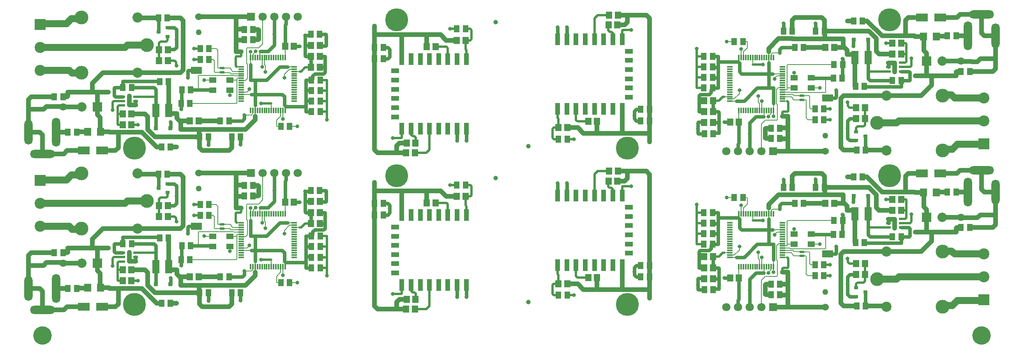
<source format=gtl>
G04*
G04 #@! TF.GenerationSoftware,Altium Limited,Altium Designer,23.3.1 (30)*
G04*
G04 Layer_Physical_Order=1*
G04 Layer_Color=255*
%FSLAX25Y25*%
%MOIN*%
G70*
G04*
G04 #@! TF.SameCoordinates,1807A7FA-BBD2-43EF-8C31-EE1E2BFEB24F*
G04*
G04*
G04 #@! TF.FilePolarity,Positive*
G04*
G01*
G75*
%ADD10C,0.03937*%
%ADD11R,0.05118X0.05906*%
%ADD12R,0.03937X0.09843*%
%ADD13R,0.07087X0.03937*%
%ADD14R,0.05315X0.05906*%
%ADD15R,0.06299X0.04921*%
%ADD16R,0.04331X0.02362*%
%ADD17R,0.09449X0.05906*%
%ADD18R,0.06102X0.11811*%
%ADD19R,0.04724X0.01181*%
%ADD20R,0.01181X0.04724*%
%ADD21R,0.03543X0.03740*%
%ADD22R,0.06299X0.07087*%
%ADD23R,0.03543X0.03150*%
%ADD24R,0.09843X0.06693*%
%ADD25C,0.03000*%
%ADD26C,0.00800*%
%ADD27C,0.04000*%
%ADD28C,0.02000*%
%ADD29C,0.03937*%
%ADD30C,0.06000*%
%ADD31C,0.05906*%
%ADD32C,0.15748*%
%ADD33C,0.06000*%
%ADD34C,0.08000*%
%ADD35R,0.08000X0.08000*%
%ADD36R,0.07087X0.07087*%
%ADD37C,0.07087*%
%ADD38C,0.11811*%
%ADD39C,0.08661*%
%ADD40C,0.08661*%
%ADD41C,0.09449*%
%ADD42R,0.09449X0.09449*%
%ADD43O,0.07087X0.24803*%
%ADD44O,0.07087X0.21260*%
%ADD45O,0.21260X0.07087*%
%ADD46C,0.19685*%
%ADD47C,0.03200*%
%ADD48C,0.06400*%
%ADD49C,0.05000*%
D10*
X435433Y13780D02*
D03*
Y147638D02*
D03*
X407480Y120079D02*
D03*
Y253937D02*
D03*
D11*
X670965Y98425D02*
D03*
X663484D02*
D03*
X468701Y19685D02*
D03*
X461221D02*
D03*
X539075Y45276D02*
D03*
X531595D02*
D03*
X539075Y35433D02*
D03*
X531595D02*
D03*
X696457Y71850D02*
D03*
X703937D02*
D03*
X696949Y83662D02*
D03*
X704429D02*
D03*
X585532Y63484D02*
D03*
X593012D02*
D03*
X713681Y121063D02*
D03*
X721162D02*
D03*
X812992Y77756D02*
D03*
X805512D02*
D03*
X619095Y103347D02*
D03*
X611614D02*
D03*
X688189Y36417D02*
D03*
X680709D02*
D03*
X688189Y45768D02*
D03*
X680709D02*
D03*
X643110Y29035D02*
D03*
X650591D02*
D03*
X661122Y112205D02*
D03*
X653642D02*
D03*
X715354Y64961D02*
D03*
X722835D02*
D03*
X681201Y112205D02*
D03*
X688681D02*
D03*
X754331Y69882D02*
D03*
X746850D02*
D03*
X801378Y108268D02*
D03*
X793898D02*
D03*
X643110Y20177D02*
D03*
X650591D02*
D03*
X723819Y10335D02*
D03*
X716339D02*
D03*
X586024Y24360D02*
D03*
X593504D02*
D03*
X593012Y72534D02*
D03*
X585532D02*
D03*
X593012Y90633D02*
D03*
X585532D02*
D03*
X593012Y81583D02*
D03*
X585532D02*
D03*
X670965Y232283D02*
D03*
X663484D02*
D03*
X468701Y153543D02*
D03*
X461221D02*
D03*
X539075Y179134D02*
D03*
X531595D02*
D03*
X539075Y169291D02*
D03*
X531595D02*
D03*
X696457Y205709D02*
D03*
X703937D02*
D03*
X696949Y217520D02*
D03*
X704429D02*
D03*
X585532Y197343D02*
D03*
X593012D02*
D03*
X713681Y254921D02*
D03*
X721162D02*
D03*
X812992Y211614D02*
D03*
X805512D02*
D03*
X619095Y237205D02*
D03*
X611614D02*
D03*
X688189Y170276D02*
D03*
X680709D02*
D03*
X688189Y179626D02*
D03*
X680709D02*
D03*
X643110Y162894D02*
D03*
X650591D02*
D03*
X661122Y246063D02*
D03*
X653642D02*
D03*
X715354Y198819D02*
D03*
X722835D02*
D03*
X681201Y246063D02*
D03*
X688681D02*
D03*
X754331Y203740D02*
D03*
X746850D02*
D03*
X801378Y242126D02*
D03*
X793898D02*
D03*
X643110Y154035D02*
D03*
X650591D02*
D03*
X723819Y144193D02*
D03*
X716339D02*
D03*
X586024Y158219D02*
D03*
X593504D02*
D03*
X593012Y206392D02*
D03*
X585532D02*
D03*
X593012Y224491D02*
D03*
X585532D02*
D03*
X593012Y215442D02*
D03*
X585532D02*
D03*
X171949Y35433D02*
D03*
X179429D02*
D03*
X374213Y114173D02*
D03*
X381693D02*
D03*
X303839Y88583D02*
D03*
X311319D02*
D03*
X303839Y98425D02*
D03*
X311319D02*
D03*
X146457Y62008D02*
D03*
X138977D02*
D03*
X145965Y50197D02*
D03*
X138484D02*
D03*
X257382Y70374D02*
D03*
X249902D02*
D03*
X129232Y12795D02*
D03*
X121752D02*
D03*
X29921Y56102D02*
D03*
X37402D02*
D03*
X223819Y30512D02*
D03*
X231299D02*
D03*
X154724Y97441D02*
D03*
X162205D02*
D03*
X154724Y88090D02*
D03*
X162205D02*
D03*
X199803Y104823D02*
D03*
X192323D02*
D03*
X181791Y21654D02*
D03*
X189272D02*
D03*
X127559Y68898D02*
D03*
X120079D02*
D03*
X161713Y21654D02*
D03*
X154232D02*
D03*
X88583Y63976D02*
D03*
X96063D02*
D03*
X41536Y25591D02*
D03*
X49016D02*
D03*
X199803Y113681D02*
D03*
X192323D02*
D03*
X119095Y123524D02*
D03*
X126575D02*
D03*
X256890Y109498D02*
D03*
X249409D02*
D03*
X249902Y61324D02*
D03*
X257382D02*
D03*
X249902Y43225D02*
D03*
X257382D02*
D03*
X249902Y52275D02*
D03*
X257382D02*
D03*
X171949Y169291D02*
D03*
X179429D02*
D03*
X374213Y248031D02*
D03*
X381693D02*
D03*
X303839Y222441D02*
D03*
X311319D02*
D03*
X303839Y232283D02*
D03*
X311319D02*
D03*
X146457Y195866D02*
D03*
X138977D02*
D03*
X145965Y184055D02*
D03*
X138484D02*
D03*
X257382Y204232D02*
D03*
X249902D02*
D03*
X129232Y146653D02*
D03*
X121752D02*
D03*
X29921Y189961D02*
D03*
X37402D02*
D03*
X223819Y164370D02*
D03*
X231299D02*
D03*
X154724Y231299D02*
D03*
X162205D02*
D03*
X154724Y221949D02*
D03*
X162205D02*
D03*
X199803Y238681D02*
D03*
X192323D02*
D03*
X181791Y155512D02*
D03*
X189272D02*
D03*
X127559Y202756D02*
D03*
X120079D02*
D03*
X161713Y155512D02*
D03*
X154232D02*
D03*
X88583Y197835D02*
D03*
X96063D02*
D03*
X41536Y159449D02*
D03*
X49016D02*
D03*
X199803Y247539D02*
D03*
X192323D02*
D03*
X119095Y257382D02*
D03*
X126575D02*
D03*
X256890Y243356D02*
D03*
X249409D02*
D03*
X249902Y195183D02*
D03*
X257382D02*
D03*
X249902Y177083D02*
D03*
X257382D02*
D03*
X249902Y186133D02*
D03*
X257382D02*
D03*
D12*
X468406Y45472D02*
D03*
X476280D02*
D03*
X484154D02*
D03*
X492028D02*
D03*
X499902D02*
D03*
X507776D02*
D03*
X515650D02*
D03*
Y105315D02*
D03*
X507776D02*
D03*
X499902D02*
D03*
X492028D02*
D03*
X484154D02*
D03*
X476280D02*
D03*
X468406D02*
D03*
X460532D02*
D03*
Y45472D02*
D03*
X468406Y179331D02*
D03*
X476280D02*
D03*
X484154D02*
D03*
X492028D02*
D03*
X499902D02*
D03*
X507776D02*
D03*
X515650D02*
D03*
Y239173D02*
D03*
X507776D02*
D03*
X499902D02*
D03*
X492028D02*
D03*
X484154D02*
D03*
X476280D02*
D03*
X468406D02*
D03*
X460532D02*
D03*
Y179331D02*
D03*
X374508Y88386D02*
D03*
X366634D02*
D03*
X358760D02*
D03*
X350886D02*
D03*
X343012D02*
D03*
X335138D02*
D03*
X327264D02*
D03*
Y28543D02*
D03*
X335138D02*
D03*
X343012D02*
D03*
X350886D02*
D03*
X358760D02*
D03*
X366634D02*
D03*
X374508D02*
D03*
X382382D02*
D03*
Y88386D02*
D03*
X374508Y222244D02*
D03*
X366634D02*
D03*
X358760D02*
D03*
X350886D02*
D03*
X343012D02*
D03*
X335138D02*
D03*
X327264D02*
D03*
Y162402D02*
D03*
X335138D02*
D03*
X343012D02*
D03*
X350886D02*
D03*
X358760D02*
D03*
X366634D02*
D03*
X374508D02*
D03*
X382382D02*
D03*
Y222244D02*
D03*
D13*
X521555Y95079D02*
D03*
D03*
Y87205D02*
D03*
Y79331D02*
D03*
Y71457D02*
D03*
Y63583D02*
D03*
Y55709D02*
D03*
Y228937D02*
D03*
D03*
Y221063D02*
D03*
Y213189D02*
D03*
Y205315D02*
D03*
Y197441D02*
D03*
Y189567D02*
D03*
X321358Y38780D02*
D03*
D03*
Y46654D02*
D03*
Y54528D02*
D03*
Y62402D02*
D03*
Y70276D02*
D03*
Y78150D02*
D03*
Y172638D02*
D03*
D03*
Y180512D02*
D03*
Y188386D02*
D03*
Y196260D02*
D03*
Y204134D02*
D03*
Y212008D02*
D03*
D14*
X461221Y29528D02*
D03*
X468701D02*
D03*
X494291Y34941D02*
D03*
X486811D02*
D03*
X504035Y117618D02*
D03*
X511516D02*
D03*
X504528Y125984D02*
D03*
X512008D02*
D03*
X697047Y98425D02*
D03*
X689567D02*
D03*
X746949Y101870D02*
D03*
X754429D02*
D03*
Y92520D02*
D03*
X746949D02*
D03*
X608071Y34449D02*
D03*
X615551D02*
D03*
X715847Y37402D02*
D03*
X723327D02*
D03*
X715846Y46752D02*
D03*
X723327D02*
D03*
X593405Y33793D02*
D03*
X585925D02*
D03*
Y52658D02*
D03*
X593405D02*
D03*
X585925Y43225D02*
D03*
X593405D02*
D03*
X461221Y163386D02*
D03*
X468701D02*
D03*
X494291Y168799D02*
D03*
X486811D02*
D03*
X504035Y251476D02*
D03*
X511516D02*
D03*
X504528Y259842D02*
D03*
X512008D02*
D03*
X697047Y232283D02*
D03*
X689567D02*
D03*
X746949Y235728D02*
D03*
X754429D02*
D03*
Y226378D02*
D03*
X746949D02*
D03*
X608071Y168307D02*
D03*
X615551D02*
D03*
X715847Y171260D02*
D03*
X723327D02*
D03*
X715846Y180610D02*
D03*
X723327D02*
D03*
X593405Y167651D02*
D03*
X585925D02*
D03*
Y186516D02*
D03*
X593405D02*
D03*
X585925Y177083D02*
D03*
X593405D02*
D03*
X381693Y104331D02*
D03*
X374213D02*
D03*
X348622Y98917D02*
D03*
X356102D02*
D03*
X338878Y16240D02*
D03*
X331398D02*
D03*
X338386Y7874D02*
D03*
X330905D02*
D03*
X145866Y35433D02*
D03*
X153346D02*
D03*
X95965Y31988D02*
D03*
X88484D02*
D03*
Y41339D02*
D03*
X95965D02*
D03*
X234843Y99409D02*
D03*
X227362D02*
D03*
X127067Y96457D02*
D03*
X119587D02*
D03*
X127067Y87106D02*
D03*
X119587D02*
D03*
X249508Y100066D02*
D03*
X256988D02*
D03*
Y81201D02*
D03*
X249508D02*
D03*
X256988Y90633D02*
D03*
X249508D02*
D03*
X381693Y238189D02*
D03*
X374213D02*
D03*
X348622Y232776D02*
D03*
X356102D02*
D03*
X338878Y150099D02*
D03*
X331398D02*
D03*
X338386Y141732D02*
D03*
X330905D02*
D03*
X145866Y169291D02*
D03*
X153346D02*
D03*
X95965Y165847D02*
D03*
X88484D02*
D03*
Y175197D02*
D03*
X95965D02*
D03*
X234843Y233268D02*
D03*
X227362D02*
D03*
X127067Y230315D02*
D03*
X119587D02*
D03*
X127067Y220965D02*
D03*
X119587D02*
D03*
X249508Y233924D02*
D03*
X256988D02*
D03*
Y215059D02*
D03*
X249508D02*
D03*
X256988Y224492D02*
D03*
X249508D02*
D03*
D15*
X677461Y72244D02*
D03*
X662894Y63583D02*
D03*
Y72244D02*
D03*
X677461Y63583D02*
D03*
Y206102D02*
D03*
X662894Y197441D02*
D03*
Y206102D02*
D03*
X677461Y197441D02*
D03*
X165453Y61614D02*
D03*
X180020Y70276D02*
D03*
Y61614D02*
D03*
X165453Y70276D02*
D03*
Y195472D02*
D03*
X180020Y204134D02*
D03*
Y195472D02*
D03*
X165453Y204134D02*
D03*
D16*
X669587Y53346D02*
D03*
Y56890D02*
D03*
X754331Y77756D02*
D03*
Y81496D02*
D03*
Y85236D02*
D03*
X743307D02*
D03*
Y81496D02*
D03*
Y77756D02*
D03*
X669587Y187205D02*
D03*
Y190748D02*
D03*
X754331Y211614D02*
D03*
Y215354D02*
D03*
Y219095D02*
D03*
X743307D02*
D03*
Y215354D02*
D03*
Y211614D02*
D03*
X173327Y80512D02*
D03*
Y76968D02*
D03*
X88583Y56102D02*
D03*
Y52362D02*
D03*
Y48622D02*
D03*
X99606D02*
D03*
Y52362D02*
D03*
Y56102D02*
D03*
X173327Y214370D02*
D03*
Y210827D02*
D03*
X88583Y189961D02*
D03*
Y186220D02*
D03*
Y182480D02*
D03*
X99606D02*
D03*
Y186220D02*
D03*
Y189961D02*
D03*
D17*
X691437Y55118D02*
D03*
Y188977D02*
D03*
X151476Y78740D02*
D03*
Y212598D02*
D03*
D18*
X726181Y89567D02*
D03*
X714961D02*
D03*
X726181Y223425D02*
D03*
X714961D02*
D03*
X116732Y44291D02*
D03*
X127953D02*
D03*
X116732Y178150D02*
D03*
X127953D02*
D03*
D19*
X652953Y52165D02*
D03*
Y54134D02*
D03*
Y56102D02*
D03*
Y58071D02*
D03*
Y60039D02*
D03*
Y62008D02*
D03*
Y63976D02*
D03*
Y65945D02*
D03*
Y67914D02*
D03*
Y69882D02*
D03*
Y71851D02*
D03*
Y73819D02*
D03*
Y75788D02*
D03*
Y77756D02*
D03*
Y79725D02*
D03*
Y81693D02*
D03*
X607677D02*
D03*
Y79725D02*
D03*
Y77756D02*
D03*
Y75788D02*
D03*
Y73819D02*
D03*
Y71851D02*
D03*
Y69882D02*
D03*
Y67914D02*
D03*
Y65945D02*
D03*
Y63976D02*
D03*
Y62008D02*
D03*
Y60039D02*
D03*
Y58071D02*
D03*
Y56102D02*
D03*
Y54134D02*
D03*
Y52165D02*
D03*
X652953Y186024D02*
D03*
Y187992D02*
D03*
Y189961D02*
D03*
Y191929D02*
D03*
Y193898D02*
D03*
Y195866D02*
D03*
Y197835D02*
D03*
Y199803D02*
D03*
Y201772D02*
D03*
Y203740D02*
D03*
Y205709D02*
D03*
Y207677D02*
D03*
Y209646D02*
D03*
Y211614D02*
D03*
Y213583D02*
D03*
Y215551D02*
D03*
X607677D02*
D03*
Y213583D02*
D03*
Y211614D02*
D03*
Y209646D02*
D03*
Y207677D02*
D03*
Y205709D02*
D03*
Y203740D02*
D03*
Y201772D02*
D03*
Y199803D02*
D03*
Y197835D02*
D03*
Y195866D02*
D03*
Y193898D02*
D03*
Y191929D02*
D03*
Y189961D02*
D03*
Y187992D02*
D03*
Y186024D02*
D03*
X189961Y81693D02*
D03*
Y79724D02*
D03*
Y77756D02*
D03*
Y75787D02*
D03*
Y73819D02*
D03*
Y71850D02*
D03*
Y69882D02*
D03*
Y67913D02*
D03*
Y65945D02*
D03*
Y63976D02*
D03*
Y62008D02*
D03*
Y60039D02*
D03*
Y58071D02*
D03*
Y56102D02*
D03*
Y54134D02*
D03*
Y52165D02*
D03*
X235236D02*
D03*
Y54134D02*
D03*
Y56102D02*
D03*
Y58071D02*
D03*
Y60039D02*
D03*
Y62008D02*
D03*
Y63976D02*
D03*
Y65945D02*
D03*
Y67913D02*
D03*
Y69882D02*
D03*
Y71850D02*
D03*
Y73819D02*
D03*
Y75787D02*
D03*
Y77756D02*
D03*
Y79724D02*
D03*
Y81693D02*
D03*
X189961Y215551D02*
D03*
Y213583D02*
D03*
Y211614D02*
D03*
Y209646D02*
D03*
Y207677D02*
D03*
Y205709D02*
D03*
Y203740D02*
D03*
Y201772D02*
D03*
Y199803D02*
D03*
Y197835D02*
D03*
Y195866D02*
D03*
Y193898D02*
D03*
Y191929D02*
D03*
Y189961D02*
D03*
Y187992D02*
D03*
Y186024D02*
D03*
X235236D02*
D03*
Y187992D02*
D03*
Y189961D02*
D03*
Y191929D02*
D03*
Y193898D02*
D03*
Y195866D02*
D03*
Y197835D02*
D03*
Y199803D02*
D03*
Y201772D02*
D03*
Y203740D02*
D03*
Y205709D02*
D03*
Y207677D02*
D03*
Y209646D02*
D03*
Y211614D02*
D03*
Y213583D02*
D03*
Y215551D02*
D03*
D20*
X645079Y89567D02*
D03*
X643110D02*
D03*
X641142D02*
D03*
X639173D02*
D03*
X637205D02*
D03*
X635236D02*
D03*
X633268D02*
D03*
X631299D02*
D03*
X629331D02*
D03*
X627362D02*
D03*
X625394D02*
D03*
X623425D02*
D03*
X621457D02*
D03*
X619488D02*
D03*
X617520D02*
D03*
X615551D02*
D03*
Y44291D02*
D03*
X617520D02*
D03*
X619488D02*
D03*
X621457D02*
D03*
X623425D02*
D03*
X625394D02*
D03*
X627362D02*
D03*
X629331D02*
D03*
X631299D02*
D03*
X633268D02*
D03*
X635236D02*
D03*
X637205D02*
D03*
X639173D02*
D03*
X641142D02*
D03*
X643110D02*
D03*
X645079D02*
D03*
Y223425D02*
D03*
X643110D02*
D03*
X641142D02*
D03*
X639173D02*
D03*
X637205D02*
D03*
X635236D02*
D03*
X633268D02*
D03*
X631299D02*
D03*
X629331D02*
D03*
X627362D02*
D03*
X625394D02*
D03*
X623425D02*
D03*
X621457D02*
D03*
X619488D02*
D03*
X617520D02*
D03*
X615551D02*
D03*
Y178150D02*
D03*
X617520D02*
D03*
X619488D02*
D03*
X621457D02*
D03*
X623425D02*
D03*
X625394D02*
D03*
X627362D02*
D03*
X629331D02*
D03*
X631299D02*
D03*
X633268D02*
D03*
X635236D02*
D03*
X637205D02*
D03*
X639173D02*
D03*
X641142D02*
D03*
X643110D02*
D03*
X645079D02*
D03*
X197835Y44291D02*
D03*
X199803D02*
D03*
X201772D02*
D03*
X203740D02*
D03*
X205709D02*
D03*
X207677D02*
D03*
X209646D02*
D03*
X211614D02*
D03*
X213583D02*
D03*
X215551D02*
D03*
X217520D02*
D03*
X219488D02*
D03*
X221457D02*
D03*
X223425D02*
D03*
X225394D02*
D03*
X227362D02*
D03*
Y89567D02*
D03*
X225394D02*
D03*
X223425D02*
D03*
X221457D02*
D03*
X219488D02*
D03*
X217520D02*
D03*
X215551D02*
D03*
X213583D02*
D03*
X211614D02*
D03*
X209646D02*
D03*
X207677D02*
D03*
X205709D02*
D03*
X203740D02*
D03*
X201772D02*
D03*
X199803D02*
D03*
X197835D02*
D03*
Y178150D02*
D03*
X199803D02*
D03*
X201772D02*
D03*
X203740D02*
D03*
X205709D02*
D03*
X207677D02*
D03*
X209646D02*
D03*
X211614D02*
D03*
X213583D02*
D03*
X215551D02*
D03*
X217520D02*
D03*
X219488D02*
D03*
X221457D02*
D03*
X223425D02*
D03*
X225394D02*
D03*
X227362D02*
D03*
Y223425D02*
D03*
X225394D02*
D03*
X223425D02*
D03*
X221457D02*
D03*
X219488D02*
D03*
X217520D02*
D03*
X215551D02*
D03*
X213583D02*
D03*
X211614D02*
D03*
X209646D02*
D03*
X207677D02*
D03*
X205709D02*
D03*
X203740D02*
D03*
X201772D02*
D03*
X199803D02*
D03*
X197835D02*
D03*
D21*
X713681Y104823D02*
D03*
X726083D02*
D03*
X713681Y238681D02*
D03*
X726083D02*
D03*
X129232Y29035D02*
D03*
X116831D02*
D03*
X129232Y162894D02*
D03*
X116831D02*
D03*
D22*
X773524Y107776D02*
D03*
X784547D02*
D03*
X773524Y241634D02*
D03*
X784547D02*
D03*
X69390Y26083D02*
D03*
X58366D02*
D03*
X69390Y159941D02*
D03*
X58366D02*
D03*
D23*
X715945Y18602D02*
D03*
X723819Y22343D02*
D03*
X715945Y26083D02*
D03*
Y152461D02*
D03*
X723819Y156201D02*
D03*
X715945Y159941D02*
D03*
X126969Y115256D02*
D03*
X119095Y111516D02*
D03*
X126969Y107776D02*
D03*
Y249114D02*
D03*
X119095Y245374D02*
D03*
X126969Y241634D02*
D03*
D24*
X787795Y124016D02*
D03*
X772047D02*
D03*
X787795Y257874D02*
D03*
X772047D02*
D03*
X55118Y9843D02*
D03*
X70866D02*
D03*
X55118Y143701D02*
D03*
X70866D02*
D03*
D25*
X663484Y98425D02*
X652250D01*
X652249Y98425D02*
X650492Y96668D01*
Y93504D01*
X617959Y75788D02*
X616202Y77545D01*
X641142Y75788D02*
X617959D01*
X614900Y86122D02*
X597835D01*
X616018Y85005D02*
X614900Y86122D01*
X597835D02*
Y81201D01*
Y90633D02*
Y86122D01*
X616202Y85005D02*
Y77545D01*
X704528Y83563D02*
X704183Y83218D01*
X704429Y83662D02*
X704343Y83748D01*
Y88653D02*
X704304Y88691D01*
X704343Y88653D02*
Y83748D01*
X704183Y83218D02*
Y72878D01*
X698252Y55118D02*
X691437D01*
X698721Y61516D02*
Y55587D01*
X698252Y55118D01*
X698721Y61516D02*
X698682Y61478D01*
X715847Y37402D02*
X714774D01*
X708563Y35433D02*
Y20398D01*
X714689Y37317D02*
X710447D01*
X710359Y18602D02*
X708563Y20398D01*
X710447Y37317D02*
X708563Y35433D01*
X714774Y37402D02*
X714689Y37317D01*
X715945Y18602D02*
X710359D01*
X689370Y71850D02*
X677854D01*
X525984Y39862D02*
Y37190D01*
Y43518D02*
Y39862D01*
X531102Y35925D02*
X530610Y35433D01*
X527742D02*
X525984Y37190D01*
X530610Y35433D02*
X527742D01*
X531595Y35433D02*
X531102Y35925D01*
X531595Y45276D02*
X527742D01*
X525984Y43518D01*
X743472Y85071D02*
X743307Y85236D01*
X743626Y84917D02*
X743472Y85071D01*
X696457Y71850D02*
X689370D01*
X677854D02*
X677461Y72244D01*
X653642Y118799D02*
Y112205D01*
X681201Y118843D02*
X681004Y119040D01*
Y119095D02*
Y119040D01*
X681201Y118843D02*
Y112205D01*
X645079Y63484D02*
X641142D01*
X645079D02*
Y50197D01*
X641142Y63484D02*
X631299D01*
X641142Y75788D02*
Y63484D01*
X713484Y104626D02*
Y99410D01*
X661278Y105790D02*
X661205Y105863D01*
X641142Y85138D02*
Y75788D01*
X619980Y52165D02*
X613583D01*
X631299Y63484D02*
X619980Y52165D01*
X644587Y75788D02*
X641142D01*
X598350Y25122D02*
X598312Y25084D01*
X598350Y42756D02*
Y25122D01*
X594227Y25084D02*
X593504Y24360D01*
X598312Y25084D02*
X594227D01*
X636713Y38878D02*
X630000D01*
X624744Y33622D01*
Y24272D01*
Y9350D01*
X597835Y72342D02*
Y63484D01*
X593012D01*
X591953Y62425D01*
X590196Y58071D02*
X582617D01*
X591953Y59828D02*
X590196Y58071D01*
X591953Y62425D02*
Y59828D01*
X582617Y58071D02*
X581595Y57048D01*
Y52658D01*
X615551Y16240D02*
X614744Y15433D01*
Y9350D01*
X615551Y34449D02*
Y16240D01*
X746850Y69882D02*
X727939D01*
X726181Y71639D01*
Y76870D02*
Y71639D01*
X726083Y103839D02*
Y89666D01*
X726181Y89567D02*
Y76870D01*
Y89567D02*
X726083Y89666D01*
X723819Y22343D02*
Y10335D01*
X754331Y64468D02*
X723327D01*
X722835Y64961D01*
X754528Y69882D02*
X754429Y69980D01*
X754331Y69882D02*
Y64468D01*
X754429Y69980D02*
X754331Y69882D01*
X761244D02*
X754528D01*
X760752Y77756D02*
X754331D01*
X761713Y76795D02*
Y70350D01*
X761244Y69882D01*
X761713Y76795D02*
X760752Y77756D01*
X743472Y81661D02*
X743307Y81496D01*
X743472Y85071D02*
Y81661D01*
X468405Y115650D02*
Y106103D01*
X460532Y115650D02*
Y106102D01*
X597835Y72342D02*
X593012D01*
X597835Y81201D02*
X593012D01*
X598350Y42756D02*
X597882Y43225D01*
X593405D01*
X598186Y33793D02*
X593405D01*
Y52658D02*
Y43225D01*
X608071Y34449D02*
X603248D01*
X581595Y52658D02*
Y43225D01*
X585925D02*
X581595D01*
X585925Y52658D02*
X581595D01*
X593012Y72534D02*
Y72342D01*
X597835Y81201D02*
Y72342D01*
X593012Y81583D02*
Y81201D01*
X597835Y90633D02*
X593012D01*
X580364Y33734D02*
Y28789D01*
Y24829D01*
X585515Y34203D02*
X580833D01*
X585925Y33793D02*
X585515Y34203D01*
X580833D02*
X580364Y33734D01*
X580833Y24360D02*
X580364Y24829D01*
X586024Y24360D02*
X580833D01*
X663484Y232283D02*
X652250D01*
X652249Y232283D02*
X650492Y230526D01*
Y227362D01*
X617959Y209646D02*
X616202Y211403D01*
X641142Y209646D02*
X617959D01*
X614900Y219980D02*
X597835D01*
X616018Y218863D02*
X614900Y219980D01*
X597835D02*
Y215059D01*
Y224491D02*
Y219980D01*
X616202Y218863D02*
Y211403D01*
X704528Y217421D02*
X704183Y217077D01*
X704429Y217520D02*
X704343Y217606D01*
Y222511D02*
X704304Y222550D01*
X704343Y222511D02*
Y217606D01*
X704183Y217077D02*
Y206736D01*
X698252Y188977D02*
X691437D01*
X698721Y195374D02*
Y189445D01*
X698252Y188977D01*
X698721Y195374D02*
X698682Y195336D01*
X715847Y171260D02*
X714774D01*
X708563Y169291D02*
Y154256D01*
X714689Y171175D02*
X710447D01*
X710359Y152461D02*
X708563Y154256D01*
X710447Y171175D02*
X708563Y169291D01*
X714774Y171260D02*
X714689Y171175D01*
X715945Y152461D02*
X710359D01*
X689370Y205709D02*
X677854D01*
X525984Y173721D02*
Y171049D01*
Y177377D02*
Y173721D01*
X531102Y169783D02*
X530610Y169291D01*
X527742D02*
X525984Y171049D01*
X530610Y169291D02*
X527742D01*
X531595Y169291D02*
X531102Y169783D01*
X531595Y179134D02*
X527742D01*
X525984Y177377D01*
X743472Y218929D02*
X743307Y219095D01*
X743626Y218776D02*
X743472Y218929D01*
X696457Y205709D02*
X689370D01*
X677854D02*
X677461Y206102D01*
X653642Y252658D02*
Y246063D01*
X681201Y252702D02*
X681004Y252899D01*
Y252953D02*
Y252899D01*
X681201Y252702D02*
Y246063D01*
X645079Y197343D02*
X641142D01*
X645079D02*
Y184055D01*
X641142Y197343D02*
X631299D01*
X641142Y209646D02*
Y197343D01*
X713484Y238484D02*
Y233268D01*
X661278Y239648D02*
X661205Y239721D01*
X641142Y218996D02*
Y209646D01*
X619980Y186024D02*
X613583D01*
X631299Y197343D02*
X619980Y186024D01*
X644587Y209646D02*
X641142D01*
X598350Y158980D02*
X598312Y158942D01*
X598350Y176615D02*
Y158980D01*
X594227Y158942D02*
X593504Y158219D01*
X598312Y158942D02*
X594227D01*
X636713Y172736D02*
X630000D01*
X624744Y167480D01*
Y158130D01*
Y143209D01*
X597835Y206201D02*
Y197343D01*
X593012D01*
X591953Y196283D01*
X590196Y191929D02*
X582617D01*
X591953Y193686D02*
X590196Y191929D01*
X591953Y196283D02*
Y193686D01*
X582617Y191929D02*
X581595Y190906D01*
Y186516D01*
X615551Y150098D02*
X614744Y149291D01*
Y143209D01*
X615551Y168307D02*
Y150098D01*
X746850Y203740D02*
X727939D01*
X726181Y205498D01*
Y210728D02*
Y205498D01*
X726083Y237697D02*
Y223524D01*
X726181Y223425D02*
Y210728D01*
Y223425D02*
X726083Y223524D01*
X723819Y156201D02*
Y144193D01*
X754331Y198327D02*
X723327D01*
X722835Y198819D01*
X754528Y203740D02*
X754429Y203839D01*
X754331Y203740D02*
Y198327D01*
X754429Y203839D02*
X754331Y203740D01*
X761244D02*
X754528D01*
X760752Y211614D02*
X754331D01*
X761713Y210653D02*
Y204209D01*
X761244Y203740D01*
X761713Y210653D02*
X760752Y211614D01*
X743472Y215520D02*
X743307Y215354D01*
X743472Y218929D02*
Y215520D01*
X468405Y249508D02*
Y239961D01*
X460532Y249508D02*
Y239961D01*
X597835Y206201D02*
X593012D01*
X597835Y215059D02*
X593012D01*
X598350Y176615D02*
X597882Y177083D01*
X593405D01*
X598186Y167651D02*
X593405D01*
Y186516D02*
Y177083D01*
X608071Y168307D02*
X603248D01*
X581595Y186516D02*
Y177083D01*
X585925D02*
X581595D01*
X585925Y186516D02*
X581595D01*
X593012Y206392D02*
Y206201D01*
X597835Y215059D02*
Y206201D01*
X593012Y215442D02*
Y215059D01*
X597835Y224491D02*
X593012D01*
X580364Y167592D02*
Y162648D01*
Y158687D01*
X585515Y168061D02*
X580833D01*
X585925Y167651D02*
X585515Y168061D01*
X580833D02*
X580364Y167592D01*
X580833Y158219D02*
X580364Y158687D01*
X586024Y158219D02*
X580833D01*
X179429Y35433D02*
X190664D01*
X190664Y35433D02*
X192421Y37190D01*
Y40354D01*
X224954Y58071D02*
X226711Y56313D01*
X201772Y58071D02*
X224954D01*
X228013Y47736D02*
X245079D01*
X226896Y48854D02*
X228013Y47736D01*
X245079D02*
Y52658D01*
Y43225D02*
Y47736D01*
X226711Y48854D02*
Y56313D01*
X138386Y50295D02*
X138730Y50640D01*
X138484Y50197D02*
X138571Y50110D01*
Y45205D02*
X138609Y45167D01*
X138571Y45205D02*
Y50110D01*
X138730Y50640D02*
Y60981D01*
X144661Y78740D02*
X151476D01*
X144193Y72342D02*
Y78271D01*
X144661Y78740D01*
X144193Y72342D02*
X144231Y72381D01*
X127067Y96457D02*
X128139D01*
X134350Y98425D02*
Y113460D01*
X128224Y96542D02*
X132467D01*
X132555Y115256D02*
X134350Y113460D01*
X132467Y96542D02*
X134350Y98425D01*
X128139Y96457D02*
X128224Y96542D01*
X126969Y115256D02*
X132555D01*
X153543Y62008D02*
X165059D01*
X316929Y93996D02*
Y96668D01*
Y90340D02*
Y93996D01*
X311811Y97933D02*
X312303Y98425D01*
X315172D02*
X316929Y96668D01*
X312303Y98425D02*
X315172D01*
X311319Y98425D02*
X311811Y97933D01*
X311319Y88583D02*
X315172D01*
X316929Y90340D01*
X99441Y48787D02*
X99606Y48622D01*
X99287Y48941D02*
X99441Y48787D01*
X146457Y62008D02*
X153543D01*
X165059D02*
X165453Y61614D01*
X189272Y15059D02*
Y21654D01*
X161713Y15015D02*
X161909Y14818D01*
Y14764D02*
Y14818D01*
X161713Y15015D02*
Y21654D01*
X197835Y70374D02*
X201772D01*
X197835D02*
Y83661D01*
X201772Y70374D02*
X211614D01*
X201772Y58071D02*
Y70374D01*
X129429Y29232D02*
Y34449D01*
X181635Y28069D02*
X181708Y27995D01*
X201772Y48720D02*
Y58071D01*
X222933Y81693D02*
X229331D01*
X211614Y70374D02*
X222933Y81693D01*
X198327Y58071D02*
X201772D01*
X244563Y108736D02*
X244601Y108775D01*
X244563Y91102D02*
Y108736D01*
X248686Y108775D02*
X249409Y109498D01*
X244601Y108775D02*
X248686D01*
X206201Y94980D02*
X212913D01*
X218169Y100236D01*
Y109587D01*
Y124508D01*
X245079Y61516D02*
Y70374D01*
X249902D01*
X250960Y71433D01*
X252718Y75787D02*
X260296D01*
X250960Y74030D02*
X252718Y75787D01*
X250960Y71433D02*
Y74030D01*
X260296Y75787D02*
X261319Y76810D01*
Y81201D01*
X227362Y117618D02*
X228169Y118425D01*
Y124508D01*
X227362Y99409D02*
Y117618D01*
X96063Y63976D02*
X114975D01*
X116732Y62219D01*
Y56988D02*
Y62219D01*
X116831Y30020D02*
Y44193D01*
X116732Y44291D02*
Y56988D01*
Y44291D02*
X116831Y44193D01*
X119095Y111516D02*
Y123524D01*
X88583Y69390D02*
X119587D01*
X120079Y68898D01*
X88386Y63976D02*
X88484Y63878D01*
X88583Y63976D02*
Y69390D01*
X88484Y63878D02*
X88583Y63976D01*
X81669D02*
X88386D01*
X82161Y56102D02*
X88583D01*
X81201Y57063D02*
Y63508D01*
X81669Y63976D01*
X81201Y57063D02*
X82161Y56102D01*
X99441Y52197D02*
X99606Y52362D01*
X99441Y48787D02*
Y52197D01*
X374508Y18209D02*
Y27756D01*
X382382Y18209D02*
Y27756D01*
X245079Y61516D02*
X249902D01*
X245079Y52658D02*
X249902D01*
X244563Y91102D02*
X245032Y90633D01*
X249508D01*
X244727Y100066D02*
X249508D01*
Y81201D02*
Y90633D01*
X234843Y99409D02*
X239665D01*
X261319Y81201D02*
Y90633D01*
X256988D02*
X261319D01*
X256988Y81201D02*
X261319D01*
X249902Y61324D02*
Y61516D01*
X245079Y52658D02*
Y61516D01*
X249902Y52275D02*
Y52658D01*
X245079Y43225D02*
X249902D01*
X262549Y100124D02*
Y105069D01*
Y109029D01*
X257398Y99655D02*
X262081D01*
X256988Y100066D02*
X257398Y99655D01*
X262081D02*
X262549Y100124D01*
X262081Y109498D02*
X262549Y109029D01*
X256890Y109498D02*
X262081D01*
X179429Y169291D02*
X190664D01*
X190664Y169291D02*
X192421Y171049D01*
Y174213D01*
X224954Y191929D02*
X226711Y190172D01*
X201772Y191929D02*
X224954D01*
X228013Y181595D02*
X245079D01*
X226896Y182712D02*
X228013Y181595D01*
X245079D02*
Y186516D01*
Y177083D02*
Y181595D01*
X226711Y182712D02*
Y190172D01*
X138386Y184153D02*
X138730Y184498D01*
X138484Y184055D02*
X138571Y183969D01*
Y179063D02*
X138609Y179025D01*
X138571Y179063D02*
Y183969D01*
X138730Y184498D02*
Y194839D01*
X144661Y212598D02*
X151476D01*
X144193Y206201D02*
Y212130D01*
X144661Y212598D01*
X144193Y206201D02*
X144231Y206239D01*
X127067Y230315D02*
X128139D01*
X134350Y232283D02*
Y247318D01*
X128224Y230400D02*
X132467D01*
X132555Y249114D02*
X134350Y247318D01*
X132467Y230400D02*
X134350Y232283D01*
X128139Y230315D02*
X128224Y230400D01*
X126969Y249114D02*
X132555D01*
X153543Y195866D02*
X165059D01*
X316929Y227854D02*
Y230526D01*
Y224198D02*
Y227854D01*
X311811Y231791D02*
X312303Y232283D01*
X315172D02*
X316929Y230526D01*
X312303Y232283D02*
X315172D01*
X311319Y232283D02*
X311811Y231791D01*
X311319Y222441D02*
X315172D01*
X316929Y224198D01*
X99441Y182646D02*
X99606Y182480D01*
X99287Y182799D02*
X99441Y182646D01*
X146457Y195866D02*
X153543D01*
X165059D02*
X165453Y195472D01*
X189272Y148917D02*
Y155512D01*
X161713Y148873D02*
X161909Y148676D01*
Y148622D02*
Y148676D01*
X161713Y148873D02*
Y155512D01*
X197835Y204232D02*
X201772D01*
X197835D02*
Y217520D01*
X201772Y204232D02*
X211614D01*
X201772Y191929D02*
Y204232D01*
X129429Y163091D02*
Y168307D01*
X181635Y161927D02*
X181708Y161854D01*
X201772Y182579D02*
Y191929D01*
X222933Y215551D02*
X229331D01*
X211614Y204232D02*
X222933Y215551D01*
X198327Y191929D02*
X201772D01*
X244563Y242595D02*
X244601Y242633D01*
X244563Y224960D02*
Y242595D01*
X248686Y242633D02*
X249409Y243356D01*
X244601Y242633D02*
X248686D01*
X206201Y228839D02*
X212913D01*
X218169Y234095D01*
Y243445D01*
Y258366D01*
X245079Y195374D02*
Y204232D01*
X249902D01*
X250960Y205291D01*
X252718Y209646D02*
X260296D01*
X250960Y207888D02*
X252718Y209646D01*
X250960Y205291D02*
Y207888D01*
X260296Y209646D02*
X261319Y210668D01*
Y215059D01*
X227362Y251476D02*
X228169Y252284D01*
Y258366D01*
X227362Y233268D02*
Y251476D01*
X96063Y197835D02*
X114975D01*
X116732Y196077D01*
Y190847D02*
Y196077D01*
X116831Y163878D02*
Y178051D01*
X116732Y178150D02*
Y190847D01*
Y178150D02*
X116831Y178051D01*
X119095Y245374D02*
Y257382D01*
X88583Y203248D02*
X119587D01*
X120079Y202756D01*
X88386Y197835D02*
X88484Y197736D01*
X88583Y197835D02*
Y203248D01*
X88484Y197736D02*
X88583Y197835D01*
X81669D02*
X88386D01*
X82161Y189961D02*
X88583D01*
X81201Y190921D02*
Y197366D01*
X81669Y197835D01*
X81201Y190921D02*
X82161Y189961D01*
X99441Y186055D02*
X99606Y186220D01*
X99441Y182646D02*
Y186055D01*
X374508Y152067D02*
Y161614D01*
X382382Y152067D02*
Y161614D01*
X245079Y195374D02*
X249902D01*
X245079Y186516D02*
X249902D01*
X244563Y224960D02*
X245032Y224492D01*
X249508D01*
X244727Y233924D02*
X249508D01*
Y215059D02*
Y224492D01*
X234843Y233268D02*
X239665D01*
X261319Y215059D02*
Y224492D01*
X256988D02*
X261319D01*
X256988Y215059D02*
X261319D01*
X249902Y195183D02*
Y195374D01*
X245079Y186516D02*
Y195374D01*
X249902Y186133D02*
Y186516D01*
X245079Y177083D02*
X249902D01*
X262549Y233982D02*
Y238927D01*
Y242888D01*
X257398Y233514D02*
X262081D01*
X256988Y233924D02*
X257398Y233514D01*
X262081D02*
X262549Y233982D01*
X262081Y243356D02*
X262549Y242888D01*
X256890Y243356D02*
X262081D01*
D26*
X652250Y98425D02*
X652249Y98425D01*
X670965Y98425D02*
X670965Y98425D01*
X616202Y86376D02*
X615829Y86749D01*
Y87136D02*
X615742Y87223D01*
X616202Y85471D02*
Y85005D01*
Y85797D02*
X615877Y85471D01*
X615742Y89376D02*
Y87223D01*
Y89376D02*
X615551Y89567D01*
X615829Y87136D02*
Y86749D01*
X669587Y56890D02*
X669390Y57087D01*
X662795D01*
X661811Y58071D01*
X652953D01*
X675614Y56890D02*
X669587D01*
X676083Y56421D02*
X675614Y56890D01*
X676083Y56421D02*
Y46752D01*
X677067Y45768D02*
X676083Y46752D01*
X680709Y45768D02*
X677067D01*
X673130Y52878D02*
X672661Y53346D01*
X673130Y52878D02*
Y37894D01*
X672661Y53346D02*
X662575D01*
X674606Y36417D02*
X673130Y37894D01*
X680709Y36417D02*
X674606D01*
X661811Y54626D02*
Y54110D01*
X662575Y53346D02*
X661811Y54110D01*
Y54626D02*
X660335Y56102D01*
X652953D01*
X689370Y71850D02*
X688976Y72244D01*
X689862Y71358D02*
X689370Y71850D01*
X656913Y63508D02*
Y62008D01*
Y83193D02*
Y63508D01*
X641142Y94505D02*
Y89567D01*
X643301Y92297D02*
Y89757D01*
X650469Y93527D02*
X644531D01*
X643301Y89757D02*
X643110Y89567D01*
X644531Y93527D02*
X643301Y92297D01*
X632283Y56595D02*
Y51300D01*
X633268Y50316D02*
X632283Y51300D01*
X607677Y56102D02*
X603248D01*
X657382Y83662D02*
X656913Y83193D01*
X696949Y83662D02*
X657382D01*
X662894Y63583D02*
X656988D01*
X656913Y63508D01*
X689862Y60040D02*
X689394Y59571D01*
X659740D01*
X689862Y71358D02*
Y60040D01*
X659740Y59571D02*
X659271Y60039D01*
X650492Y93504D02*
X650469Y93527D01*
X662894Y76532D02*
Y72244D01*
X684941Y63484D02*
X684842Y63583D01*
X677461D01*
X659271Y60039D02*
X652953D01*
X648032Y73819D02*
X646063Y71850D01*
Y71358D01*
X652953Y73819D02*
X648032D01*
X656913Y62008D02*
X652953D01*
X649391Y63976D02*
X647679Y62265D01*
X652953Y63976D02*
X649391D01*
X652953Y75788D02*
X644587D01*
X616043Y58563D02*
X611614Y54134D01*
X616043Y61516D02*
Y58563D01*
X615551Y44291D02*
Y34449D01*
X615551Y34449D01*
X622465Y103347D02*
X619095D01*
X622933Y102878D02*
X622465Y103347D01*
X622933Y102878D02*
Y97933D01*
X617520Y96949D02*
X617520Y96949D01*
X622933Y97933D02*
X619488Y94488D01*
X617520Y89567D02*
X617520Y89567D01*
X617520Y96949D02*
Y89567D01*
X641142Y89567D02*
Y85138D01*
X613583Y52165D02*
X607677D01*
X611614Y54134D02*
X607677D01*
X645079Y50197D02*
Y44291D01*
X648524Y49213D02*
X647679Y50057D01*
Y62265D02*
Y50057D01*
X648524Y49213D02*
Y36394D01*
X637205Y39370D02*
X636713Y38878D01*
X637205Y44291D02*
Y39370D01*
X642920Y41148D02*
X640650Y38878D01*
X642920Y44101D02*
Y41148D01*
X627362Y89567D02*
Y83661D01*
X754331Y64468D02*
X753839Y64961D01*
X653421Y43307D02*
X652953Y42838D01*
X657874Y43776D02*
X657405Y43307D01*
X656890Y52165D02*
X652953D01*
X468405Y106103D02*
X468405Y106102D01*
X635236Y52165D02*
Y44291D01*
X633268Y50316D02*
Y44291D01*
X638189Y35925D02*
X634724Y32461D01*
Y8366D01*
X615551Y44291D02*
X615551D01*
X648055Y35925D02*
X638189D01*
X641142Y89567D02*
X641142D01*
X645079Y44291D02*
X645079D01*
Y39370D01*
X643110Y44291D02*
X642920Y44101D01*
X648524Y36394D02*
X648055Y35925D01*
X611614Y103347D02*
X605217D01*
X611614D02*
Y102953D01*
X619488Y89567D02*
X619488Y89567D01*
Y94488D02*
Y89567D01*
X611614Y102953D02*
X611516Y102854D01*
X723819Y22343D02*
X723819Y22343D01*
X735630Y10827D02*
X735138Y10335D01*
X652250Y232283D02*
X652249Y232283D01*
X670965Y232283D02*
X670965Y232283D01*
X616202Y220234D02*
X615829Y220607D01*
Y220994D02*
X615742Y221082D01*
X616202Y219330D02*
Y218863D01*
Y219655D02*
X615877Y219330D01*
X615742Y223235D02*
Y221082D01*
Y223235D02*
X615551Y223425D01*
X615829Y220994D02*
Y220607D01*
X669587Y190748D02*
X669390Y190945D01*
X662795D01*
X661811Y191929D01*
X652953D01*
X675614Y190748D02*
X669587D01*
X676083Y190279D02*
X675614Y190748D01*
X676083Y190279D02*
Y180610D01*
X677067Y179626D02*
X676083Y180610D01*
X680709Y179626D02*
X677067D01*
X673130Y186736D02*
X672661Y187205D01*
X673130Y186736D02*
Y171752D01*
X672661Y187205D02*
X662575D01*
X674606Y170276D02*
X673130Y171752D01*
X680709Y170276D02*
X674606D01*
X661811Y188484D02*
Y187969D01*
X662575Y187205D02*
X661811Y187969D01*
Y188484D02*
X660335Y189961D01*
X652953D01*
X689370Y205709D02*
X688976Y206102D01*
X689862Y205217D02*
X689370Y205709D01*
X656913Y197366D02*
Y195866D01*
Y217051D02*
Y197366D01*
X641142Y228363D02*
Y223425D01*
X643301Y226155D02*
Y223616D01*
X650469Y227386D02*
X644531D01*
X643301Y223616D02*
X643110Y223425D01*
X644531Y227386D02*
X643301Y226155D01*
X632283Y190453D02*
Y185158D01*
X633268Y184174D02*
X632283Y185158D01*
X607677Y189961D02*
X603248D01*
X657382Y217520D02*
X656913Y217051D01*
X696949Y217520D02*
X657382D01*
X662894Y197441D02*
X656988D01*
X656913Y197366D01*
X689862Y193898D02*
X689394Y193429D01*
X659740D01*
X689862Y205217D02*
Y193898D01*
X659740Y193429D02*
X659271Y193898D01*
X650492Y227362D02*
X650469Y227386D01*
X662894Y210390D02*
Y206102D01*
X684941Y197343D02*
X684842Y197441D01*
X677461D01*
X659271Y193898D02*
X652953D01*
X648032Y207677D02*
X646063Y205709D01*
Y205217D01*
X652953Y207677D02*
X648032D01*
X656913Y195866D02*
X652953D01*
X649391Y197835D02*
X647679Y196123D01*
X652953Y197835D02*
X649391D01*
X652953Y209646D02*
X644587D01*
X616043Y192421D02*
X611614Y187992D01*
X616043Y195374D02*
Y192421D01*
X615551Y178150D02*
Y168307D01*
X615551Y168307D01*
X622465Y237205D02*
X619095D01*
X622933Y236736D02*
X622465Y237205D01*
X622933Y236736D02*
Y231791D01*
X617520Y230807D02*
X617520Y230807D01*
X622933Y231791D02*
X619488Y228346D01*
X617520Y223425D02*
X617520Y223425D01*
X617520Y230807D02*
Y223425D01*
X641142Y223425D02*
Y218996D01*
X613583Y186024D02*
X607677D01*
X611614Y187992D02*
X607677D01*
X645079Y184055D02*
Y178150D01*
X648524Y183071D02*
X647679Y183916D01*
Y196123D02*
Y183916D01*
X648524Y183071D02*
Y170252D01*
X637205Y173228D02*
X636713Y172736D01*
X637205Y178150D02*
Y173228D01*
X642920Y175006D02*
X640650Y172736D01*
X642920Y177959D02*
Y175006D01*
X627362Y223425D02*
Y217520D01*
X754331Y198327D02*
X753839Y198819D01*
X653421Y177165D02*
X652953Y176697D01*
X657874Y177634D02*
X657405Y177165D01*
X656890Y186024D02*
X652953D01*
X468405Y239961D02*
X468405Y239961D01*
X635236Y186024D02*
Y178150D01*
X633268Y184174D02*
Y178150D01*
X638189Y169783D02*
X634724Y166319D01*
Y142224D01*
X615551Y178150D02*
X615551D01*
X648055Y169783D02*
X638189D01*
X641142Y223425D02*
X641142D01*
X645079Y178150D02*
X645079D01*
Y173228D01*
X643110Y178150D02*
X642920Y177959D01*
X648524Y170252D02*
X648055Y169783D01*
X611614Y237205D02*
X605217D01*
X611614D02*
Y236811D01*
X619488Y223425D02*
X619488Y223425D01*
Y228346D02*
Y223425D01*
X611614Y236811D02*
X611516Y236713D01*
X723819Y156201D02*
X723819Y156201D01*
X735630Y144685D02*
X735138Y144193D01*
X190664Y35433D02*
X190664Y35433D01*
X171949Y35433D02*
X171949Y35433D01*
X226711Y47482D02*
X227084Y47109D01*
Y46722D02*
X227172Y46635D01*
X226711Y48387D02*
Y48854D01*
Y48062D02*
X227037Y48387D01*
X227172Y44482D02*
Y46635D01*
Y44482D02*
X227362Y44291D01*
X227084Y46722D02*
Y47109D01*
X173327Y76968D02*
X173523Y76772D01*
X180118D01*
X181102Y75787D01*
X189961D01*
X167299Y76968D02*
X173327D01*
X166831Y77437D02*
X167299Y76968D01*
X166831Y77437D02*
Y87106D01*
X165846Y88090D02*
X166831Y87106D01*
X162205Y88090D02*
X165846D01*
X169783Y80980D02*
X170252Y80512D01*
X169783Y80980D02*
Y95965D01*
X170252Y80512D02*
X180338D01*
X168307Y97441D02*
X169783Y95965D01*
X162205Y97441D02*
X168307D01*
X181102Y79232D02*
Y79748D01*
X180338Y80512D02*
X181102Y79748D01*
Y79232D02*
X182579Y77756D01*
X189961D01*
X153543Y62008D02*
X153937Y61614D01*
X153051Y62500D02*
X153543Y62008D01*
X186000Y70350D02*
Y71850D01*
Y50665D02*
Y70350D01*
X201772Y39353D02*
Y44291D01*
X199613Y41561D02*
Y44101D01*
X192445Y40331D02*
X198382D01*
X199613Y44101D02*
X199803Y44291D01*
X198382Y40331D02*
X199613Y41561D01*
X210630Y77264D02*
Y82559D01*
X209646Y83543D02*
X210630Y82559D01*
X235236Y77756D02*
X239665D01*
X185531Y50197D02*
X186000Y50665D01*
X145965Y50197D02*
X185531D01*
X180020Y70276D02*
X185925D01*
X186000Y70350D01*
X153051Y73819D02*
X153520Y74287D01*
X183174D01*
X153051Y62500D02*
Y73819D01*
X183174Y74287D02*
X183642Y73819D01*
X192421Y40354D02*
X192445Y40331D01*
X180020Y57326D02*
Y61614D01*
X157972Y70374D02*
X158071Y70276D01*
X165453D01*
X183642Y73819D02*
X189961D01*
X194882Y60039D02*
X196850Y62008D01*
Y62500D01*
X189961Y60039D02*
X194882D01*
X186000Y71850D02*
X189961D01*
X193523Y69882D02*
X195235Y71594D01*
X189961Y69882D02*
X193523D01*
X189961Y58071D02*
X198327D01*
X226870Y75295D02*
X231299Y79724D01*
X226870Y72342D02*
Y75295D01*
X227362Y89567D02*
Y99409D01*
X227362Y99409D01*
X220449Y30512D02*
X223819D01*
X219980Y30980D02*
X220449Y30512D01*
X219980Y30980D02*
Y35925D01*
X225394Y36909D02*
X225394Y36909D01*
X219980Y35925D02*
X223425Y39370D01*
X225394Y44291D02*
X225394Y44291D01*
X225394Y36909D02*
Y44291D01*
X201772Y44291D02*
Y48720D01*
X229331Y81693D02*
X235236D01*
X231299Y79724D02*
X235236D01*
X197835Y83661D02*
Y89567D01*
X194390Y84646D02*
X195235Y83801D01*
Y71594D02*
Y83801D01*
X194390Y84646D02*
Y97464D01*
X205709Y94488D02*
X206201Y94980D01*
X205709Y89567D02*
Y94488D01*
X199994Y92710D02*
X202264Y94980D01*
X199994Y89758D02*
Y92710D01*
X215551Y44291D02*
Y50197D01*
X88583Y69390D02*
X89075Y68898D01*
X189492Y90551D02*
X189961Y91020D01*
X185039Y90083D02*
X185508Y90551D01*
X186024Y81693D02*
X189961D01*
X374508Y27756D02*
X374508Y27756D01*
X207677Y81693D02*
Y89567D01*
X209646Y83543D02*
Y89567D01*
X204724Y97933D02*
X208189Y101398D01*
Y125492D01*
X227362Y89567D02*
X227362D01*
X194858Y97933D02*
X204724D01*
X201772Y44291D02*
X201772D01*
X197835Y89567D02*
X197835D01*
Y94488D01*
X199803Y89567D02*
X199994Y89758D01*
X194390Y97464D02*
X194858Y97933D01*
X231299Y30512D02*
X237697D01*
X231299D02*
Y30905D01*
X223425Y44291D02*
X223425Y44291D01*
Y39370D02*
Y44291D01*
X231299Y30905D02*
X231398Y31004D01*
X119095Y111516D02*
X119095Y111516D01*
X107283Y123031D02*
X107776Y123524D01*
X190664Y169291D02*
X190664Y169291D01*
X171949Y169291D02*
X171949Y169291D01*
X226711Y181340D02*
X227084Y180967D01*
Y180580D02*
X227172Y180493D01*
X226711Y182245D02*
Y182712D01*
Y181920D02*
X227037Y182245D01*
X227172Y178340D02*
Y180493D01*
Y178340D02*
X227362Y178150D01*
X227084Y180580D02*
Y180967D01*
X173327Y210827D02*
X173523Y210630D01*
X180118D01*
X181102Y209646D01*
X189961D01*
X167299Y210827D02*
X173327D01*
X166831Y211295D02*
X167299Y210827D01*
X166831Y211295D02*
Y220964D01*
X165846Y221949D02*
X166831Y220964D01*
X162205Y221949D02*
X165846D01*
X169783Y214839D02*
X170252Y214370D01*
X169783Y214839D02*
Y229823D01*
X170252Y214370D02*
X180338D01*
X168307Y231299D02*
X169783Y229823D01*
X162205Y231299D02*
X168307D01*
X181102Y213090D02*
Y213606D01*
X180338Y214370D02*
X181102Y213606D01*
Y213090D02*
X182579Y211614D01*
X189961D01*
X153543Y195866D02*
X153937Y195472D01*
X153051Y196358D02*
X153543Y195866D01*
X186000Y204209D02*
Y205709D01*
Y184524D02*
Y204209D01*
X201772Y173211D02*
Y178150D01*
X199613Y175419D02*
Y177959D01*
X192445Y174189D02*
X198382D01*
X199613Y177959D02*
X199803Y178150D01*
X198382Y174189D02*
X199613Y175419D01*
X210630Y211122D02*
Y216417D01*
X209646Y217401D02*
X210630Y216417D01*
X235236Y211614D02*
X239665D01*
X185531Y184055D02*
X186000Y184524D01*
X145965Y184055D02*
X185531D01*
X180020Y204134D02*
X185925D01*
X186000Y204209D01*
X153051Y207677D02*
X153520Y208146D01*
X183174D01*
X153051Y196358D02*
Y207677D01*
X183174Y208146D02*
X183642Y207677D01*
X192421Y174213D02*
X192445Y174189D01*
X180020Y191184D02*
Y195472D01*
X157972Y204232D02*
X158071Y204134D01*
X165453D01*
X183642Y207677D02*
X189961D01*
X194882Y193898D02*
X196850Y195866D01*
Y196358D01*
X189961Y193898D02*
X194882D01*
X186000Y205709D02*
X189961D01*
X193523Y203740D02*
X195235Y205452D01*
X189961Y203740D02*
X193523D01*
X189961Y191929D02*
X198327D01*
X226870Y209154D02*
X231299Y213583D01*
X226870Y206201D02*
Y209154D01*
X227362Y223425D02*
Y233268D01*
X227362Y233268D01*
X220449Y164370D02*
X223819D01*
X219980Y164839D02*
X220449Y164370D01*
X219980Y164839D02*
Y169783D01*
X225394Y170768D02*
X225394Y170768D01*
X219980Y169783D02*
X223425Y173228D01*
X225394Y178150D02*
X225394Y178150D01*
X225394Y170768D02*
Y178150D01*
X201772Y178150D02*
Y182579D01*
X229331Y215551D02*
X235236D01*
X231299Y213583D02*
X235236D01*
X197835Y217520D02*
Y223425D01*
X194390Y218504D02*
X195235Y217659D01*
Y205452D02*
Y217659D01*
X194390Y218504D02*
Y231323D01*
X205709Y228347D02*
X206201Y228839D01*
X205709Y223425D02*
Y228347D01*
X199994Y226569D02*
X202264Y228839D01*
X199994Y223616D02*
Y226569D01*
X215551Y178150D02*
Y184055D01*
X88583Y203248D02*
X89075Y202756D01*
X189492Y224410D02*
X189961Y224878D01*
X185039Y223941D02*
X185508Y224410D01*
X186024Y215551D02*
X189961D01*
X374508Y161614D02*
X374508Y161614D01*
X207677Y215551D02*
Y223425D01*
X209646Y217401D02*
Y223425D01*
X204724Y231791D02*
X208189Y235256D01*
Y259350D01*
X227362Y223425D02*
X227362D01*
X194858Y231791D02*
X204724D01*
X201772Y178150D02*
X201772D01*
X197835Y223425D02*
X197835D01*
Y228346D01*
X199803Y223425D02*
X199994Y223616D01*
X194390Y231323D02*
X194858Y231791D01*
X231299Y164370D02*
X237697D01*
X231299D02*
Y164764D01*
X223425Y178150D02*
X223425Y178150D01*
Y173228D02*
Y178150D01*
X231299Y164764D02*
X231398Y164862D01*
X119095Y245374D02*
X119095Y245374D01*
X107283Y256890D02*
X107776Y257382D01*
D27*
X689567Y98425D02*
X670965D01*
X704724Y98425D02*
X697047D01*
X705928D02*
X704724D01*
X708271Y96082D02*
Y92319D01*
X697047Y98425D02*
X697047Y98425D01*
X708271Y96082D02*
X705928Y98425D01*
X689370Y9350D02*
X657402D01*
X689075Y112205D02*
Y105790D01*
X661278D01*
X704626D02*
X689075D01*
X714961Y112205D02*
X689075D01*
X688878Y112008D01*
X688681Y112205D01*
X714961Y91268D02*
X713909Y92319D01*
X714961Y91268D02*
Y89567D01*
X713909Y92319D02*
X708271D01*
X714961Y87598D02*
Y64961D01*
X704724Y105691D02*
Y98425D01*
X741732Y57087D02*
X705225D01*
X716339Y10335D02*
X705225D01*
X702882Y54743D02*
Y12678D01*
X705225Y57087D02*
X702882Y54743D01*
X705225Y10335D02*
X702882Y12678D01*
X814653Y86122D02*
X814620Y86155D01*
X805971D01*
X805512Y86614D01*
X789484D01*
X819616Y86122D02*
X814653D01*
X822077Y88583D02*
X819616Y86122D01*
X835039Y88583D02*
X822077D01*
X480217Y27184D02*
X477873Y29528D01*
X480217Y27184D02*
Y26950D01*
X468701Y29528D02*
X468701Y29528D01*
X477873Y29528D02*
X468701D01*
X516142Y24606D02*
X482560D01*
X480217Y26950D01*
X468701Y29528D02*
Y29232D01*
X539075Y35433D02*
Y17421D01*
X539272Y17224D02*
X539075Y17421D01*
Y45276D02*
Y35433D01*
X536811Y24606D02*
X516142D01*
X515650Y25098D01*
Y45472D02*
Y25098D01*
X520079Y125984D02*
X512008D01*
X536319D02*
X520079D01*
X517736Y117618D02*
X511516D01*
X520079Y119961D02*
X517736Y117618D01*
X520079Y125984D02*
Y119961D01*
X511516Y117618D02*
X511516Y117618D01*
X539075Y123228D02*
X536319Y125984D01*
X539075Y123228D02*
Y45276D01*
X494291Y34941D02*
Y26950D01*
X776124Y93129D02*
Y86754D01*
X775984Y86614D01*
Y73819D01*
X766142Y107776D02*
X765650Y108268D01*
X773524Y107776D02*
X766142D01*
X765650Y108268D02*
X758268D01*
X811417D02*
X801378D01*
X641142Y97441D02*
Y94522D01*
X649564Y105863D02*
X641142Y97441D01*
X661205Y105863D02*
X649564D01*
X686338Y124016D02*
X663465D01*
X661122Y121673D02*
Y112205D01*
X663465Y124016D02*
X661122Y121673D01*
X688681D02*
X686338Y124016D01*
X688681Y121673D02*
Y112205D01*
X738091Y108268D02*
X725295Y121063D01*
X721162D01*
X721162Y121063D01*
X721721Y120131D02*
X721162Y120690D01*
Y121063D02*
Y120690D01*
X772047Y124016D02*
X760611D01*
X758268Y108268D02*
X738091D01*
X760611Y124016D02*
X758268Y121673D01*
Y108268D01*
X726772Y112205D02*
X714961D01*
X714961Y112205D01*
X704724Y105691D02*
X704626Y105790D01*
X835039Y108268D02*
Y88583D01*
X825572Y108268D02*
X823228Y110611D01*
X835039Y108268D02*
X825572D01*
X823228Y126772D02*
Y110611D01*
Y126772D02*
X804823D01*
X748917Y84917D02*
Y77264D01*
Y84917D02*
X743626D01*
X775984Y73819D02*
X766634D01*
X832696Y77756D02*
X812992D01*
X713681Y121063D02*
X708563D01*
X713681Y121063D02*
X713681Y121063D01*
X733169Y105807D02*
Y94863D01*
Y105807D02*
X726772Y112205D01*
X735512Y92520D02*
X733169Y94863D01*
X746949Y92520D02*
X735512D01*
X657402Y20339D02*
Y9350D01*
X644744D01*
X657402Y39370D02*
X652953D01*
X657402D02*
Y28752D01*
X773781Y104785D02*
Y95473D01*
X776124Y93129D02*
X773781Y95473D01*
X835039Y88583D02*
Y80099D01*
X832696Y77756D01*
X656933Y29221D02*
X650776D01*
X650591Y29035D01*
X657402Y28752D02*
Y20339D01*
X650898Y19870D02*
X650591Y20177D01*
X656933Y19870D02*
X650898D01*
X657402Y28752D02*
X656933Y29221D01*
X657402Y20339D02*
X656933Y19870D01*
X638189Y28567D02*
Y24606D01*
Y20646D01*
X638658Y29035D02*
X638189Y28567D01*
X643110Y29035D02*
X638658D01*
X801575Y73819D02*
X780553D01*
X805512Y77756D02*
X802043D01*
X801575Y77287D01*
Y73819D01*
X780553Y66085D02*
X771555Y57087D01*
X741732D01*
X780553Y73819D02*
Y66085D01*
Y73819D02*
X775984D01*
X804823Y126772D02*
X802067Y124016D01*
X787795D01*
X643110Y20177D02*
X638658D01*
X638189Y20646D01*
X741732Y57087D02*
X741732Y57087D01*
X689567Y232283D02*
X670965D01*
X704724Y232283D02*
X697047D01*
X705928D02*
X704724D01*
X708271Y229940D02*
Y226178D01*
X697047Y232283D02*
X697047Y232283D01*
X708271Y229940D02*
X705928Y232283D01*
X689370Y143209D02*
X657402D01*
X689075Y246063D02*
Y239648D01*
X661278D01*
X704626D02*
X689075D01*
X714961Y246063D02*
X689075D01*
X688878Y245866D01*
X688681Y246063D01*
X714961Y225127D02*
X713909Y226178D01*
X714961Y225127D02*
Y223425D01*
X713909Y226178D02*
X708271D01*
X714961Y221457D02*
Y198819D01*
X704724Y239550D02*
Y232283D01*
X741732Y190945D02*
X705225D01*
X716339Y144193D02*
X705225D01*
X702882Y188602D02*
Y146536D01*
X705225Y190945D02*
X702882Y188602D01*
X705225Y144193D02*
X702882Y146536D01*
X814653Y219980D02*
X814620Y220013D01*
X805971D01*
X805512Y220472D01*
X789484D01*
X819616Y219980D02*
X814653D01*
X822077Y222441D02*
X819616Y219980D01*
X835039Y222441D02*
X822077D01*
X480217Y161043D02*
X477873Y163386D01*
X480217Y161043D02*
Y160808D01*
X468701Y163386D02*
X468701Y163386D01*
X477873Y163386D02*
X468701D01*
X516142Y158465D02*
X482560D01*
X480217Y160808D01*
X468701Y163386D02*
Y163091D01*
X539075Y169291D02*
Y151280D01*
X539272Y151083D02*
X539075Y151280D01*
Y179134D02*
Y169291D01*
X536811Y158465D02*
X516142D01*
X515650Y158957D01*
Y179331D02*
Y158957D01*
X520079Y259842D02*
X512008D01*
X536319D02*
X520079D01*
X517736Y251476D02*
X511516D01*
X520079Y253819D02*
X517736Y251476D01*
X520079Y259842D02*
Y253819D01*
X511516Y251476D02*
X511516Y251476D01*
X539075Y257087D02*
X536319Y259842D01*
X539075Y257087D02*
Y179134D01*
X494291Y168799D02*
Y160808D01*
X776124Y226988D02*
Y220612D01*
X775984Y220472D01*
Y207677D01*
X766142Y241634D02*
X765650Y242126D01*
X773524Y241634D02*
X766142D01*
X765650Y242126D02*
X758268D01*
X811417D02*
X801378D01*
X641142Y231299D02*
Y228381D01*
X649564Y239721D02*
X641142Y231299D01*
X661205Y239721D02*
X649564D01*
X686338Y257874D02*
X663465D01*
X661122Y255531D02*
Y246063D01*
X663465Y257874D02*
X661122Y255531D01*
X688681D02*
X686338Y257874D01*
X688681Y255531D02*
Y246063D01*
X738091Y242126D02*
X725295Y254921D01*
X721162D01*
X721162Y254921D01*
X721721Y253990D02*
X721162Y254549D01*
Y254921D02*
Y254549D01*
X772047Y257874D02*
X760611D01*
X758268Y242126D02*
X738091D01*
X760611Y257874D02*
X758268Y255531D01*
Y242126D01*
X726772Y246063D02*
X714961D01*
X714961Y246063D01*
X704724Y239550D02*
X704626Y239648D01*
X835039Y242126D02*
Y222441D01*
X825572Y242126D02*
X823228Y244469D01*
X835039Y242126D02*
X825572D01*
X823228Y260630D02*
Y244469D01*
Y260630D02*
X804823D01*
X748917Y218776D02*
Y211122D01*
Y218776D02*
X743626D01*
X775984Y207677D02*
X766634D01*
X832696Y211614D02*
X812992D01*
X713681Y254921D02*
X708563D01*
X713681Y254921D02*
X713681Y254921D01*
X733169Y239665D02*
Y228721D01*
Y239665D02*
X726772Y246063D01*
X735512Y226378D02*
X733169Y228721D01*
X746949Y226378D02*
X735512D01*
X657402Y154197D02*
Y143209D01*
X644744D01*
X657402Y173228D02*
X652953D01*
X657402D02*
Y162610D01*
X773781Y238643D02*
Y229331D01*
X776124Y226988D02*
X773781Y229331D01*
X835039Y222441D02*
Y213957D01*
X832696Y211614D01*
X656933Y163079D02*
X650776D01*
X650591Y162894D01*
X657402Y162610D02*
Y154197D01*
X650898Y153729D02*
X650591Y154035D01*
X656933Y153729D02*
X650898D01*
X657402Y162610D02*
X656933Y163079D01*
X657402Y154197D02*
X656933Y153729D01*
X638189Y162425D02*
Y158465D01*
Y154504D01*
X638658Y162894D02*
X638189Y162425D01*
X643110Y162894D02*
X638658D01*
X801575Y207677D02*
X780553D01*
X805512Y211614D02*
X802043D01*
X801575Y211146D01*
Y207677D01*
X780553Y199943D02*
X771555Y190945D01*
X741732D01*
X780553Y207677D02*
Y199943D01*
Y207677D02*
X775984D01*
X804823Y260630D02*
X802067Y257874D01*
X787795D01*
X643110Y154035D02*
X638658D01*
X638189Y154504D01*
X741732Y190945D02*
X741732Y190945D01*
X153346Y35433D02*
X171949D01*
X138189Y35433D02*
X145866D01*
X136985D02*
X138189D01*
X134642Y37776D02*
Y41539D01*
X145866Y35433D02*
X145866Y35433D01*
X134642Y37776D02*
X136985Y35433D01*
X153543Y124508D02*
X185512D01*
X153839Y21654D02*
Y28069D01*
X181635D01*
X138287D02*
X153839D01*
X127953Y21654D02*
X153839D01*
X154035Y21850D01*
X154232Y21654D01*
X127953Y42590D02*
X129004Y41539D01*
X127953Y42590D02*
Y44291D01*
X129004Y41539D02*
X134642D01*
X127953Y46260D02*
Y68898D01*
X138189Y28167D02*
Y35433D01*
X101181Y76772D02*
X137688D01*
X126575Y123524D02*
X137688D01*
X140031Y79115D02*
Y121180D01*
X137688Y76772D02*
X140031Y79115D01*
X137688Y123524D02*
X140031Y121180D01*
X28260Y47736D02*
X28293Y47703D01*
X36942D01*
X37402Y47244D01*
X53429D01*
X23297Y47736D02*
X28260D01*
X20837Y45276D02*
X23297Y47736D01*
X7874Y45276D02*
X20837D01*
X362697Y106674D02*
X365040Y104331D01*
X362697Y106674D02*
Y106909D01*
X374213Y104331D02*
X374213Y104331D01*
X365040Y104331D02*
X374213D01*
X326772Y109252D02*
X360354D01*
X362697Y106909D01*
X374213Y104331D02*
Y104626D01*
X303839Y98425D02*
Y116437D01*
X303642Y116634D02*
X303839Y116437D01*
Y88583D02*
Y98425D01*
X306102Y109252D02*
X326772D01*
X327264Y108760D01*
Y88386D02*
Y108760D01*
X322835Y7874D02*
X330905D01*
X306594D02*
X322835D01*
X325178Y16240D02*
X331398D01*
X322835Y13897D02*
X325178Y16240D01*
X322835Y7874D02*
Y13897D01*
X331398Y16240D02*
X331398Y16240D01*
X303839Y10630D02*
X306594Y7874D01*
X303839Y10630D02*
Y88583D01*
X348622Y98917D02*
Y106909D01*
X66789Y40729D02*
Y47104D01*
X66929Y47244D01*
Y60039D01*
X76772Y26083D02*
X77264Y25591D01*
X69390Y26083D02*
X76772D01*
X77264Y25591D02*
X84646D01*
X31496D02*
X41536D01*
X201772Y36417D02*
Y39336D01*
X193350Y27995D02*
X201772Y36417D01*
X181708Y27995D02*
X193350D01*
X156576Y9843D02*
X179448D01*
X181791Y12186D02*
Y21654D01*
X179448Y9843D02*
X181791Y12186D01*
X154232D02*
X156576Y9843D01*
X154232Y12186D02*
Y21654D01*
X104823Y25591D02*
X117618Y12795D01*
X121752D01*
X121752Y12795D01*
X121193Y13727D02*
X121752Y13168D01*
Y12795D02*
Y13168D01*
X70866Y9843D02*
X82302D01*
X84646Y25591D02*
X104823D01*
X82302Y9843D02*
X84646Y12186D01*
Y25591D01*
X116142Y21654D02*
X127953D01*
X127953Y21654D01*
X138189Y28167D02*
X138287Y28069D01*
X7874Y25591D02*
Y45276D01*
X17342Y25591D02*
X19685Y23247D01*
X7874Y25591D02*
X17342D01*
X19685Y7086D02*
Y23247D01*
Y7086D02*
X38091D01*
X93996Y48941D02*
Y56595D01*
Y48941D02*
X99287D01*
X66929Y60039D02*
X76279D01*
X10217Y56102D02*
X29921D01*
X129232Y12795D02*
X134350D01*
X129232Y12795D02*
X129232Y12795D01*
X109744Y28051D02*
Y38995D01*
Y28051D02*
X116142Y21654D01*
X107401Y41339D02*
X109744Y38995D01*
X95965Y41339D02*
X107401D01*
X185512Y113519D02*
Y124508D01*
X198169D01*
X185512Y94488D02*
X189961D01*
X185512D02*
Y105106D01*
X69132Y29073D02*
Y38386D01*
X66789Y40729D02*
X69132Y38386D01*
X7874Y45276D02*
Y53759D01*
X10217Y56102D01*
X185980Y104638D02*
X192138D01*
X192323Y104823D01*
X185512Y105106D02*
Y113519D01*
X192016Y113988D02*
X192323Y113681D01*
X185980Y113988D02*
X192016D01*
X185512Y105106D02*
X185980Y104638D01*
X185512Y113519D02*
X185980Y113988D01*
X204724Y105291D02*
Y109252D01*
Y113213D01*
X204256Y104823D02*
X204724Y105291D01*
X199803Y104823D02*
X204256D01*
X41339Y60039D02*
X62360D01*
X37402Y56102D02*
X40870D01*
X41339Y56571D01*
Y60039D01*
X62360Y67773D02*
X71358Y76771D01*
X101181D01*
X62360Y60039D02*
Y67773D01*
Y60039D02*
X66929D01*
X38091Y7086D02*
X40846Y9843D01*
X55118D01*
X199803Y113681D02*
X204256D01*
X204724Y113213D01*
X101181Y76771D02*
X101181Y76772D01*
X153346Y169291D02*
X171949D01*
X138189Y169291D02*
X145866D01*
X136985D02*
X138189D01*
X134642Y171634D02*
Y175397D01*
X145866Y169291D02*
X145866Y169291D01*
X134642Y171634D02*
X136985Y169291D01*
X153543Y258366D02*
X185512D01*
X153839Y155512D02*
Y161927D01*
X181635D01*
X138287D02*
X153839D01*
X127953Y155512D02*
X153839D01*
X154035Y155709D01*
X154232Y155512D01*
X127953Y176448D02*
X129004Y175397D01*
X127953Y176448D02*
Y178150D01*
X129004Y175397D02*
X134642D01*
X127953Y180118D02*
Y202756D01*
X138189Y162025D02*
Y169291D01*
X101181Y210630D02*
X137688D01*
X126575Y257382D02*
X137688D01*
X140031Y212973D02*
Y255039D01*
X137688Y210630D02*
X140031Y212973D01*
X137688Y257382D02*
X140031Y255039D01*
X28260Y181595D02*
X28293Y181562D01*
X36942D01*
X37402Y181102D01*
X53429D01*
X23297Y181595D02*
X28260D01*
X20837Y179134D02*
X23297Y181595D01*
X7874Y179134D02*
X20837D01*
X362697Y240532D02*
X365040Y238189D01*
X362697Y240532D02*
Y240767D01*
X374213Y238189D02*
X374213Y238189D01*
X365040Y238189D02*
X374213D01*
X326772Y243110D02*
X360354D01*
X362697Y240767D01*
X374213Y238189D02*
Y238484D01*
X303839Y232283D02*
Y250295D01*
X303642Y250492D02*
X303839Y250295D01*
Y222441D02*
Y232283D01*
X306102Y243110D02*
X326772D01*
X327264Y242618D01*
Y222244D02*
Y242618D01*
X322835Y141732D02*
X330905D01*
X306594D02*
X322835D01*
X325178Y150098D02*
X331398D01*
X322835Y147755D02*
X325178Y150098D01*
X322835Y141732D02*
Y147755D01*
X331398Y150098D02*
X331398Y150099D01*
X303839Y144488D02*
X306594Y141732D01*
X303839Y144488D02*
Y222441D01*
X348622Y232776D02*
Y240767D01*
X66789Y174587D02*
Y180963D01*
X66929Y181102D01*
Y193898D01*
X76772Y159941D02*
X77264Y159449D01*
X69390Y159941D02*
X76772D01*
X77264Y159449D02*
X84646D01*
X31496D02*
X41536D01*
X201772Y170275D02*
Y173194D01*
X193350Y161854D02*
X201772Y170275D01*
X181708Y161854D02*
X193350D01*
X156576Y143701D02*
X179448D01*
X181791Y146044D02*
Y155512D01*
X179448Y143701D02*
X181791Y146044D01*
X154232D02*
X156576Y143701D01*
X154232Y146044D02*
Y155512D01*
X104823Y159449D02*
X117618Y146653D01*
X121752D01*
X121752Y146653D01*
X121193Y147585D02*
X121752Y147026D01*
Y146653D02*
Y147026D01*
X70866Y143701D02*
X82302D01*
X84646Y159449D02*
X104823D01*
X82302Y143701D02*
X84646Y146044D01*
Y159449D01*
X116142Y155512D02*
X127953D01*
X127953Y155512D01*
X138189Y162025D02*
X138287Y161927D01*
X7874Y159449D02*
Y179134D01*
X17342Y159449D02*
X19685Y157106D01*
X7874Y159449D02*
X17342D01*
X19685Y140945D02*
Y157106D01*
Y140945D02*
X38091D01*
X93996Y182799D02*
Y190453D01*
Y182799D02*
X99287D01*
X66929Y193898D02*
X76279D01*
X10217Y189961D02*
X29921D01*
X129232Y146653D02*
X134350D01*
X129232Y146653D02*
X129232Y146653D01*
X109744Y161909D02*
Y172854D01*
Y161909D02*
X116142Y155512D01*
X107401Y175197D02*
X109744Y172854D01*
X95965Y175197D02*
X107401D01*
X185512Y247378D02*
Y258366D01*
X198169D01*
X185512Y228346D02*
X189961D01*
X185512D02*
Y238965D01*
X69132Y162932D02*
Y172244D01*
X66789Y174587D02*
X69132Y172244D01*
X7874Y179134D02*
Y187618D01*
X10217Y189961D01*
X185980Y238496D02*
X192138D01*
X192323Y238681D01*
X185512Y238965D02*
Y247378D01*
X192016Y247846D02*
X192323Y247539D01*
X185980Y247846D02*
X192016D01*
X185512Y238965D02*
X185980Y238496D01*
X185512Y247378D02*
X185980Y247846D01*
X204724Y239150D02*
Y243110D01*
Y247071D01*
X204256Y238681D02*
X204724Y239150D01*
X199803Y238681D02*
X204256D01*
X41339Y193898D02*
X62360D01*
X37402Y189961D02*
X40870D01*
X41339Y190429D01*
Y193898D01*
X62360Y201632D02*
X71358Y210630D01*
X101181D01*
X62360Y193898D02*
Y201632D01*
Y193898D02*
X66929D01*
X38091Y140945D02*
X40846Y143701D01*
X55118D01*
X199803Y247539D02*
X204256D01*
X204724Y247071D01*
X101181Y210630D02*
X101181Y210630D01*
D28*
X579626Y97441D02*
Y72534D01*
X585532Y90633D02*
X580095D01*
X585532Y81583D02*
X579735D01*
X579626Y81693D01*
X486811Y34941D02*
X477451D01*
X476279Y45472D02*
Y36112D01*
X477451Y34941D02*
X476279Y36112D01*
X476280Y45472D02*
X476279Y45472D01*
X474311Y19685D02*
X474311Y19685D01*
X468701D01*
X460532Y45472D02*
X460532Y45472D01*
Y37894D01*
X461221Y37205D02*
X460532Y37894D01*
X461221Y37205D02*
Y29528D01*
X456102Y28356D02*
Y26450D01*
X456102Y26450D01*
X461221Y29528D02*
X457274D01*
X456102Y28356D01*
X456102Y26450D02*
Y20857D01*
X457274Y19685D02*
X456102Y20857D01*
X461221Y19685D02*
X457274D01*
X477012Y44739D02*
X476280Y45472D01*
X468701Y19685D02*
X468701Y19685D01*
X492028Y123336D02*
Y105315D01*
X494675Y125984D02*
X492028Y123336D01*
X504528Y125984D02*
X494675D01*
X763189Y82668D02*
X762017Y81496D01*
X763189Y89075D02*
Y82668D01*
X762017Y81496D02*
X754331D01*
X603248Y56102D02*
X601772D01*
X598327Y52658D02*
X593405D01*
X601772Y56102D02*
X598327Y52658D01*
X504035Y117618D02*
X503883Y117466D01*
X505010Y111713D02*
X503883Y112840D01*
X506604Y111713D02*
X505010D01*
X503883Y117466D02*
Y112840D01*
X507776Y110541D02*
X506604Y111713D01*
X507776Y110541D02*
Y105315D01*
X507776Y105315D01*
X523524Y113189D02*
X523524Y113189D01*
X516118D01*
X515650Y112720D02*
Y106102D01*
X516118Y113189D02*
X515650Y112720D01*
X708793Y50951D02*
X708563Y51181D01*
X710189Y46752D02*
X708793Y48148D01*
Y50951D02*
Y48148D01*
X715846Y46752D02*
X710189D01*
X743307Y77756D02*
X727067D01*
X726181Y76870D01*
X636221Y83661D02*
X627362D01*
X715945Y29340D02*
Y26083D01*
X717116Y30512D02*
X715945Y29340D01*
X722155Y30512D02*
X717116D01*
X716276Y26414D02*
X715945Y26083D01*
X723327Y46752D02*
Y31683D01*
X722155Y30512D01*
X657405Y43307D02*
X653421D01*
X652953Y42838D02*
Y39370D01*
X657874Y51181D02*
Y43776D01*
Y51181D02*
X656890Y52165D01*
X693307Y36417D02*
X689469D01*
X693307Y45768D02*
X693307Y45768D01*
X689469D02*
X689469Y45768D01*
X693307Y45768D02*
X689469D01*
X746949Y101870D02*
X741535D01*
X758760Y101401D02*
Y92051D01*
X758291Y92520D02*
X754429D01*
X758760Y92051D02*
Y86122D01*
X758291Y101870D02*
X754429D01*
X758760Y92051D02*
X758291Y92520D01*
X758760Y101401D02*
X758291Y101870D01*
X585532Y72534D02*
X579817D01*
X585532Y63484D02*
X579626D01*
X579817Y72534D02*
X579626Y72342D01*
Y63484D01*
X580095Y90633D02*
X579626Y90165D01*
X758760Y86122D02*
X757874Y85236D01*
X754331D01*
X579626Y231299D02*
Y206392D01*
X585532Y224491D02*
X580095D01*
X585532Y215442D02*
X579735D01*
X579626Y215551D01*
X486811Y168799D02*
X477451D01*
X476279Y179331D02*
Y169971D01*
X477451Y168799D02*
X476279Y169971D01*
X476280Y179331D02*
X476279Y179331D01*
X474311Y153543D02*
X474311Y153543D01*
X468701D01*
X460532Y179331D02*
X460532Y179331D01*
Y171752D01*
X461221Y171063D02*
X460532Y171752D01*
X461221Y171063D02*
Y163386D01*
X456102Y162214D02*
Y160308D01*
X456102Y160308D01*
X461221Y163386D02*
X457274D01*
X456102Y162214D01*
X456102Y160308D02*
Y154715D01*
X457274Y153543D02*
X456102Y154715D01*
X461221Y153543D02*
X457274D01*
X477012Y178598D02*
X476280Y179331D01*
X468701Y153543D02*
X468701Y153543D01*
X492028Y257194D02*
Y239173D01*
X494675Y259842D02*
X492028Y257194D01*
X504528Y259842D02*
X494675D01*
X763189Y216526D02*
X762017Y215354D01*
X763189Y222933D02*
Y216526D01*
X762017Y215354D02*
X754331D01*
X603248Y189961D02*
X601772D01*
X598327Y186516D02*
X593405D01*
X601772Y189961D02*
X598327Y186516D01*
X504035Y251476D02*
X503883Y251324D01*
X505010Y245571D02*
X503883Y246698D01*
X506604Y245571D02*
X505010D01*
X503883Y251324D02*
Y246698D01*
X507776Y244399D02*
X506604Y245571D01*
X507776Y244399D02*
Y239173D01*
X507776Y239173D01*
X523524Y247047D02*
X523524Y247047D01*
X516118D01*
X515650Y246579D02*
Y239961D01*
X516118Y247047D02*
X515650Y246579D01*
X708793Y184810D02*
X708563Y185039D01*
X710189Y180610D02*
X708793Y182007D01*
Y184810D02*
Y182007D01*
X715846Y180610D02*
X710189D01*
X743307Y211614D02*
X727067D01*
X726181Y210728D01*
X636221Y217520D02*
X627362D01*
X715945Y163198D02*
Y159941D01*
X717116Y164370D02*
X715945Y163198D01*
X722155Y164370D02*
X717116D01*
X716276Y160273D02*
X715945Y159941D01*
X723327Y180610D02*
Y165542D01*
X722155Y164370D01*
X657405Y177165D02*
X653421D01*
X652953Y176697D02*
Y173228D01*
X657874Y185039D02*
Y177634D01*
Y185039D02*
X656890Y186024D01*
X693307Y170276D02*
X689469D01*
X693307Y179626D02*
X693307Y179626D01*
X689469D02*
X689469Y179626D01*
X693307Y179626D02*
X689469D01*
X746949Y235728D02*
X741535D01*
X758760Y235260D02*
Y225909D01*
X758291Y226378D02*
X754429D01*
X758760Y225909D02*
Y219980D01*
X758291Y235728D02*
X754429D01*
X758760Y225909D02*
X758291Y226378D01*
X758760Y235260D02*
X758291Y235728D01*
X585532Y206392D02*
X579817D01*
X585532Y197343D02*
X579626D01*
X579817Y206392D02*
X579626Y206201D01*
Y197343D01*
X580095Y224491D02*
X579626Y224023D01*
X758760Y219980D02*
X757874Y219095D01*
X754331D01*
X263287Y36417D02*
Y61324D01*
X257382Y43225D02*
X262819D01*
X257382Y52275D02*
X263178D01*
X263287Y52165D01*
X356102Y98917D02*
X365462D01*
X366634Y88386D02*
Y97746D01*
X365462Y98917D02*
X366634Y97746D01*
X366634Y88386D02*
X366634Y88386D01*
X368602Y114173D02*
X368602Y114173D01*
X374213D01*
X382382Y88386D02*
X382382Y88386D01*
Y95965D01*
X381693Y96654D02*
X382382Y95965D01*
X381693Y96654D02*
Y104331D01*
X386811Y105502D02*
Y107408D01*
X386811Y107409D01*
X381693Y104331D02*
X385639D01*
X386811Y105502D01*
X386811Y107409D02*
Y113002D01*
X385639Y114173D02*
X386811Y113002D01*
X381693Y114173D02*
X385639D01*
X365901Y89119D02*
X366634Y88386D01*
X374213Y114173D02*
X374213Y114173D01*
X350886Y10522D02*
Y28543D01*
X348238Y7874D02*
X350886Y10522D01*
X338386Y7874D02*
X348238D01*
X79724Y51191D02*
X80896Y52362D01*
X79724Y44783D02*
Y51191D01*
X80896Y52362D02*
X88583D01*
X239665Y77756D02*
X241142D01*
X244586Y81201D02*
X249508D01*
X241142Y77756D02*
X244586Y81201D01*
X338878Y16240D02*
X339030Y16392D01*
X337903Y22146D02*
X339030Y21019D01*
X336309Y22146D02*
X337903D01*
X339030Y16392D02*
Y21019D01*
X335138Y23317D02*
X336309Y22146D01*
X335138Y23317D02*
Y28543D01*
X335138Y28543D01*
X319390Y20669D02*
X319390Y20669D01*
X326795D01*
X327264Y21138D02*
Y27756D01*
X326795Y20669D02*
X327264Y21138D01*
X134121Y82907D02*
X134350Y82677D01*
X132724Y87106D02*
X134121Y85710D01*
Y82907D02*
Y85710D01*
X127067Y87106D02*
X132724D01*
X99606Y56102D02*
X115846D01*
X116732Y56988D01*
X206693Y50197D02*
X215551D01*
X126969Y104518D02*
Y107776D01*
X125797Y103347D02*
X126969Y104518D01*
X120758Y103347D02*
X125797D01*
X126637Y107444D02*
X126969Y107776D01*
X119587Y87106D02*
Y102175D01*
X120758Y103347D01*
X185508Y90551D02*
X189492D01*
X189961Y91020D02*
Y94488D01*
X185039Y82677D02*
Y90083D01*
Y82677D02*
X186024Y81693D01*
X149606Y97441D02*
X153445D01*
X149606Y88090D02*
X149606Y88090D01*
X153445D02*
X153445Y88090D01*
X149606Y88090D02*
X153445D01*
X95965Y31988D02*
X101378D01*
X84153Y32457D02*
Y41807D01*
X84622Y41339D02*
X88484D01*
X84153Y41807D02*
Y47736D01*
X84622Y31988D02*
X88484D01*
X84153Y41807D02*
X84622Y41339D01*
X84153Y32457D02*
X84622Y31988D01*
X257382Y61324D02*
X263096D01*
X257382Y70374D02*
X263287D01*
X263096Y61324D02*
X263287Y61516D01*
Y70374D01*
X262819Y43225D02*
X263287Y43694D01*
X84153Y47736D02*
X85039Y48622D01*
X88583D01*
X263287Y170276D02*
Y195183D01*
X257382Y177083D02*
X262819D01*
X257382Y186133D02*
X263178D01*
X263287Y186024D01*
X356102Y232776D02*
X365462D01*
X366634Y222244D02*
Y231604D01*
X365462Y232776D02*
X366634Y231604D01*
X366634Y222244D02*
X366634Y222244D01*
X368602Y248031D02*
X368602Y248031D01*
X374213D01*
X382382Y222244D02*
X382382Y222244D01*
Y229823D01*
X381693Y230512D02*
X382382Y229823D01*
X381693Y230512D02*
Y238189D01*
X386811Y239361D02*
Y241267D01*
X386811Y241267D01*
X381693Y238189D02*
X385639D01*
X386811Y239361D01*
X386811Y241267D02*
Y246860D01*
X385639Y248031D02*
X386811Y246860D01*
X381693Y248031D02*
X385639D01*
X365901Y222977D02*
X366634Y222244D01*
X374213Y248031D02*
X374213Y248031D01*
X350886Y144380D02*
Y162402D01*
X348238Y141732D02*
X350886Y144380D01*
X338386Y141732D02*
X348238D01*
X79724Y185049D02*
X80896Y186220D01*
X79724Y178642D02*
Y185049D01*
X80896Y186220D02*
X88583D01*
X239665Y211614D02*
X241142D01*
X244586Y215059D02*
X249508D01*
X241142Y211614D02*
X244586Y215059D01*
X338878Y150099D02*
X339030Y150251D01*
X337903Y156004D02*
X339030Y154877D01*
X336309Y156004D02*
X337903D01*
X339030Y150251D02*
Y154877D01*
X335138Y157176D02*
X336309Y156004D01*
X335138Y157176D02*
Y162401D01*
X335138Y162402D01*
X319390Y154528D02*
X319390Y154528D01*
X326795D01*
X327264Y154996D02*
Y161614D01*
X326795Y154528D02*
X327264Y154996D01*
X134121Y216765D02*
X134350Y216535D01*
X132724Y220965D02*
X134121Y219568D01*
Y216765D02*
Y219568D01*
X127067Y220965D02*
X132724D01*
X99606Y189961D02*
X115846D01*
X116732Y190847D01*
X206693Y184055D02*
X215551D01*
X126969Y238376D02*
Y241634D01*
X125797Y237205D02*
X126969Y238376D01*
X120758Y237205D02*
X125797D01*
X126637Y241302D02*
X126969Y241634D01*
X119587Y220965D02*
Y236033D01*
X120758Y237205D01*
X185508Y224410D02*
X189492D01*
X189961Y224878D02*
Y228346D01*
X185039Y216536D02*
Y223941D01*
Y216536D02*
X186024Y215551D01*
X149606Y231299D02*
X153445D01*
X149606Y221949D02*
X149606Y221949D01*
X153445D02*
X153445Y221949D01*
X149606Y221949D02*
X153445D01*
X95965Y165847D02*
X101378D01*
X84153Y166315D02*
Y175665D01*
X84622Y175197D02*
X88484D01*
X84153Y175665D02*
Y181595D01*
X84622Y165847D02*
X88484D01*
X84153Y175665D02*
X84622Y175197D01*
X84153Y166315D02*
X84622Y165847D01*
X257382Y195183D02*
X263096D01*
X257382Y204232D02*
X263287D01*
X263096Y195183D02*
X263287Y195374D01*
Y204232D01*
X262819Y177083D02*
X263287Y177552D01*
X84153Y181595D02*
X85039Y182480D01*
X88583D01*
D29*
X741240Y10335D02*
X735138D01*
X741732Y9843D02*
X741240Y10335D01*
X735138D02*
X723819D01*
X793898Y108268D02*
X793652Y108022D01*
X784793D02*
X784547Y107776D01*
X793652Y108022D02*
X784793D01*
X741240Y144193D02*
X735138D01*
X741732Y143701D02*
X741240Y144193D01*
X735138D02*
X723819D01*
X793898Y242126D02*
X793652Y241880D01*
X784793D02*
X784547Y241634D01*
X793652Y241880D02*
X784793D01*
X101673Y123524D02*
X107776D01*
X101181Y124016D02*
X101673Y123524D01*
X107776D02*
X119095D01*
X49016Y25591D02*
X49262Y25837D01*
X58120D02*
X58366Y26083D01*
X49262Y25837D02*
X58120D01*
X101673Y257382D02*
X107776D01*
X101181Y257874D02*
X101673Y257382D01*
X107776D02*
X119095D01*
X49016Y159449D02*
X49262Y159695D01*
X58120D02*
X58366Y159941D01*
X49262Y159695D02*
X58120D01*
D30*
X802573Y15256D02*
X798290Y10972D01*
X825197Y15748D02*
X824705Y15256D01*
X790894Y10972D02*
X789764Y9843D01*
X824705Y15256D02*
X802573D01*
X798290Y10972D02*
X790894D01*
X825197Y35433D02*
X752362D01*
X750394Y33465D01*
X733858D01*
X802573Y149114D02*
X798290Y144831D01*
X825197Y149606D02*
X824705Y149114D01*
X790894Y144831D02*
X789764Y143701D01*
X824705Y149114D02*
X802573D01*
X798290Y144831D02*
X790894D01*
X825197Y169291D02*
X752362D01*
X750394Y167323D01*
X733858D01*
X40340Y118602D02*
X44623Y122886D01*
X17717Y118110D02*
X18209Y118602D01*
X52020Y122886D02*
X53150Y124016D01*
X18209Y118602D02*
X40340D01*
X44623Y122886D02*
X52020D01*
X17717Y98425D02*
X90551D01*
X92519Y100393D01*
X109055D01*
X40340Y252461D02*
X44623Y256744D01*
X17717Y251969D02*
X18209Y252461D01*
X52020Y256744D02*
X53150Y257874D01*
X18209Y252461D02*
X40340D01*
X44623Y256744D02*
X52020D01*
X17717Y232283D02*
X90551D01*
X92519Y234252D01*
X109055D01*
D31*
X790256Y57579D02*
X789764Y57087D01*
X797638Y57579D02*
X790256D01*
X800098Y55118D02*
X797638Y57579D01*
X800591Y55118D02*
X800098D01*
X800591Y55118D02*
X800591Y55118D01*
X825197Y55118D02*
X800591D01*
X790256Y191437D02*
X789764Y190945D01*
X797638Y191437D02*
X790256D01*
X800098Y188976D02*
X797638Y191437D01*
X800591Y188976D02*
X800098D01*
X800591Y188977D02*
X800591Y188976D01*
X825197Y188977D02*
X800591D01*
X52658Y76279D02*
X53150Y76771D01*
X45276Y76279D02*
X52658D01*
X42815Y78740D02*
X45276Y76279D01*
X42323Y78740D02*
X42815D01*
X42323Y78740D02*
X42323Y78740D01*
X17717Y78740D02*
X42323D01*
X52658Y210138D02*
X53150Y210630D01*
X45276Y210138D02*
X52658D01*
X42815Y212598D02*
X45276Y210138D01*
X42323Y212598D02*
X42815D01*
X42323Y212598D02*
X42323Y212598D01*
X17717Y212598D02*
X42323D01*
D32*
X823228Y-14764D02*
D03*
X19685D02*
D03*
D33*
X689370Y9350D02*
D03*
Y143209D02*
D03*
X153543Y124508D02*
D03*
Y258366D02*
D03*
D34*
X789484Y86614D02*
D03*
Y220472D02*
D03*
X53429Y47244D02*
D03*
Y181102D02*
D03*
D35*
X775984Y86614D02*
D03*
Y220472D02*
D03*
X66929Y47244D02*
D03*
Y181102D02*
D03*
D36*
X644744Y9350D02*
D03*
Y143209D02*
D03*
X198169Y124508D02*
D03*
Y258366D02*
D03*
D37*
X604744Y9350D02*
D03*
X614744D02*
D03*
X624744D02*
D03*
X634744D02*
D03*
X604744Y143209D02*
D03*
X614744D02*
D03*
X624744D02*
D03*
X634744D02*
D03*
X238169Y124508D02*
D03*
X228169D02*
D03*
X218169D02*
D03*
X208169D02*
D03*
X238169Y258366D02*
D03*
X228169D02*
D03*
X218169D02*
D03*
X208169D02*
D03*
D38*
X733858Y33465D02*
D03*
X789764Y9843D02*
D03*
Y57087D02*
D03*
X733858Y167323D02*
D03*
X789764Y143701D02*
D03*
Y190945D02*
D03*
X109055Y100393D02*
D03*
X53150Y124016D02*
D03*
Y76771D02*
D03*
X109055Y234252D02*
D03*
X53150Y257874D02*
D03*
Y210630D02*
D03*
D39*
X741732Y9843D02*
D03*
Y143701D02*
D03*
X101181Y124016D02*
D03*
Y257874D02*
D03*
D40*
X741732Y57087D02*
D03*
Y190945D02*
D03*
X101181Y76771D02*
D03*
Y210630D02*
D03*
D41*
X825197Y55118D02*
D03*
Y35433D02*
D03*
Y188977D02*
D03*
Y169291D02*
D03*
X17717Y78740D02*
D03*
Y98425D02*
D03*
Y212598D02*
D03*
Y232283D02*
D03*
D42*
X825197Y15748D02*
D03*
Y149606D02*
D03*
X17717Y118110D02*
D03*
Y251969D02*
D03*
D43*
X811417Y108268D02*
D03*
Y242126D02*
D03*
X31496Y25591D02*
D03*
Y159449D02*
D03*
D44*
X835039Y108268D02*
D03*
Y242126D02*
D03*
X7874Y25591D02*
D03*
Y159449D02*
D03*
D45*
X823228Y126772D02*
D03*
Y260630D02*
D03*
X19685Y7086D02*
D03*
Y140945D02*
D03*
D46*
X744488Y122047D02*
D03*
X520079Y11811D02*
D03*
X744488Y255906D02*
D03*
X520079Y145669D02*
D03*
X98425Y11811D02*
D03*
X322835Y122047D02*
D03*
X98425Y145669D02*
D03*
X322835Y255906D02*
D03*
D47*
X579626Y97441D02*
D03*
X704304Y88691D02*
D03*
X698721Y61516D02*
D03*
X708563Y29035D02*
D03*
X474311Y19685D02*
D03*
X539272Y17224D02*
D03*
X525984Y39862D02*
D03*
X763189Y89075D02*
D03*
X632283Y56595D02*
D03*
X662894Y76532D02*
D03*
X653642Y118799D02*
D03*
X681004Y119095D02*
D03*
X684941Y63484D02*
D03*
X646063Y71358D02*
D03*
X713484Y99410D02*
D03*
X616043Y61516D02*
D03*
X650492Y93504D02*
D03*
X617520Y96949D02*
D03*
X640650Y38878D02*
D03*
X624744Y24272D02*
D03*
X598350Y25122D02*
D03*
X523524Y113189D02*
D03*
X708563Y51181D02*
D03*
X748917Y77264D02*
D03*
X766634Y73819D02*
D03*
X708563Y121063D02*
D03*
X693307Y36417D02*
D03*
Y45768D02*
D03*
X741535Y101870D02*
D03*
X468405Y115650D02*
D03*
X460532D02*
D03*
X635236Y52165D02*
D03*
X638189Y24606D02*
D03*
X636221Y83661D02*
D03*
X603248Y34449D02*
D03*
X652953Y39370D02*
D03*
X645079D02*
D03*
X580364Y28789D02*
D03*
X605217Y103347D02*
D03*
X579626Y231299D02*
D03*
X704304Y222550D02*
D03*
X698721Y195374D02*
D03*
X708563Y162894D02*
D03*
X474311Y153543D02*
D03*
X539272Y151083D02*
D03*
X525984Y173721D02*
D03*
X763189Y222933D02*
D03*
X632283Y190453D02*
D03*
X662894Y210390D02*
D03*
X653642Y252658D02*
D03*
X681004Y252953D02*
D03*
X684941Y197343D02*
D03*
X646063Y205217D02*
D03*
X713484Y233268D02*
D03*
X616043Y195374D02*
D03*
X650492Y227362D02*
D03*
X617520Y230807D02*
D03*
X640650Y172736D02*
D03*
X624744Y158130D02*
D03*
X598350Y158980D02*
D03*
X523524Y247047D02*
D03*
X708563Y185039D02*
D03*
X748917Y211122D02*
D03*
X766634Y207677D02*
D03*
X708563Y254921D02*
D03*
X693307Y170276D02*
D03*
Y179626D02*
D03*
X741535Y235728D02*
D03*
X468405Y249508D02*
D03*
X460532D02*
D03*
X635236Y186024D02*
D03*
X638189Y158465D02*
D03*
X636221Y217520D02*
D03*
X603248Y168307D02*
D03*
X652953Y173228D02*
D03*
X645079D02*
D03*
X580364Y162648D02*
D03*
X605217Y237205D02*
D03*
X263287Y36417D02*
D03*
X138609Y45167D02*
D03*
X144193Y72342D02*
D03*
X134350Y104823D02*
D03*
X368602Y114173D02*
D03*
X303642Y116634D02*
D03*
X316929Y93996D02*
D03*
X79724Y44783D02*
D03*
X210630Y77264D02*
D03*
X180020Y57326D02*
D03*
X189272Y15059D02*
D03*
X161909Y14764D02*
D03*
X157972Y70374D02*
D03*
X196850Y62500D02*
D03*
X129429Y34449D02*
D03*
X226870Y72342D02*
D03*
X192421Y40354D02*
D03*
X225394Y36909D02*
D03*
X202264Y94980D02*
D03*
X218169Y109587D02*
D03*
X244563Y108736D02*
D03*
X319390Y20669D02*
D03*
X134350Y82677D02*
D03*
X93996Y56595D02*
D03*
X76279Y60039D02*
D03*
X134350Y12795D02*
D03*
X149606Y97441D02*
D03*
Y88090D02*
D03*
X101378Y31988D02*
D03*
X374508Y18209D02*
D03*
X382382D02*
D03*
X207677Y81693D02*
D03*
X204724Y109252D02*
D03*
X206693Y50197D02*
D03*
X239665Y99409D02*
D03*
X189961Y94488D02*
D03*
X197835D02*
D03*
X262549Y105069D02*
D03*
X237697Y30512D02*
D03*
X263287Y170276D02*
D03*
X138609Y179025D02*
D03*
X144193Y206201D02*
D03*
X134350Y238681D02*
D03*
X368602Y248031D02*
D03*
X303642Y250492D02*
D03*
X316929Y227854D02*
D03*
X79724Y178642D02*
D03*
X210630Y211122D02*
D03*
X180020Y191184D02*
D03*
X189272Y148917D02*
D03*
X161909Y148622D02*
D03*
X157972Y204232D02*
D03*
X196850Y196358D02*
D03*
X129429Y168307D02*
D03*
X226870Y206201D02*
D03*
X192421Y174213D02*
D03*
X225394Y170768D02*
D03*
X202264Y228839D02*
D03*
X218169Y243445D02*
D03*
X244563Y242595D02*
D03*
X319390Y154528D02*
D03*
X134350Y216535D02*
D03*
X93996Y190453D02*
D03*
X76279Y193898D02*
D03*
X134350Y146653D02*
D03*
X149606Y231299D02*
D03*
Y221949D02*
D03*
X101378Y165847D02*
D03*
X374508Y152067D02*
D03*
X382382D02*
D03*
X207677Y215551D02*
D03*
X204724Y243110D02*
D03*
X206693Y184055D02*
D03*
X239665Y233268D02*
D03*
X189961Y228346D02*
D03*
X197835D02*
D03*
X262549Y238927D02*
D03*
X237697Y164370D02*
D03*
D48*
X805512Y86614D02*
D03*
Y220472D02*
D03*
X37402Y47244D02*
D03*
Y181102D02*
D03*
D49*
X689370Y22638D02*
D03*
Y156496D02*
D03*
X153543Y111221D02*
D03*
Y245079D02*
D03*
M02*

</source>
